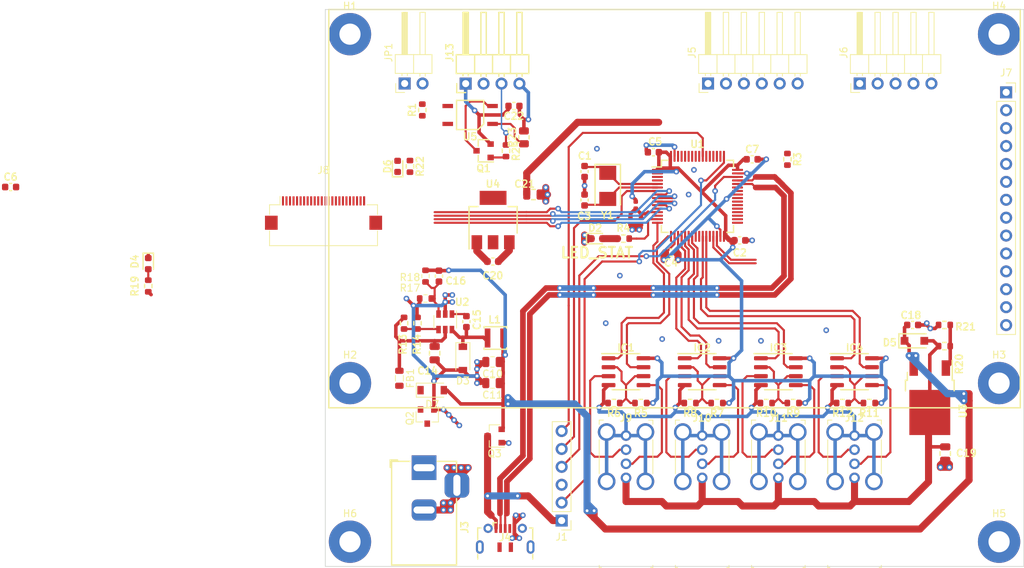
<source format=kicad_pcb>
(kicad_pcb (version 20171130) (host pcbnew "(5.1.9)-1")
  (layers (0 F.Cu signal) (31 B.Cu signal) (34 B.Paste user) (35 F.Paste user) (36 B.SilkS user) (37 F.SilkS user) (38 B.Mask user) (39 F.Mask user) (44 Edge.Cuts user))
  (net 0 "")
  (net 1 GND)
  (net 2 /OSC_IN)
  (net 3 +3V3)
  (net 4 /OSC_OUT)
  (net 5 +5V)
  (net 6 VCC)
  (net 7 +1V8)
  (net 8 "/Rotation Input/ROTIN_GND")
  (net 9 "/Rotation Input/ROTIN_PWR")
  (net 10 "Net-(D2-Pad2)")
  (net 11 /LED_STAT1)
  (net 12 "Net-(D4-Pad2)")
  (net 13 "Net-(D6-Pad2)")
  (net 14 MS1_CLK)
  (net 15 "/Measurestick Input 1/IN_Thres1")
  (net 16 "/Measurestick Input 1/IN_Clk")
  (net 17 "/Measurestick Input 1/IN_Dat")
  (net 18 MS1_DAT)
  (net 19 MS2_CLK)
  (net 20 "/Measurestick Input 2/IN_Thres1")
  (net 21 "/Measurestick Input 2/IN_Clk")
  (net 22 "/Measurestick Input 2/IN_Dat")
  (net 23 MS2_DAT)
  (net 24 MS3_CLK)
  (net 25 "/Measurestick Input 3/IN_Thres1")
  (net 26 "/Measurestick Input 3/IN_Clk")
  (net 27 "/Measurestick Input 3/IN_Dat")
  (net 28 MS3_DAT)
  (net 29 MS4_CLK)
  (net 30 "/Measurestick Input 4/IN_Thres1")
  (net 31 "/Measurestick Input 4/IN_Clk")
  (net 32 "/Measurestick Input 4/IN_Dat")
  (net 33 MS4_DAT)
  (net 34 SWDIO)
  (net 35 SWCLK)
  (net 36 NRST)
  (net 37 "Net-(J4-Pad6)")
  (net 38 USB_D+)
  (net 39 "Net-(J4-Pad4)")
  (net 40 USB_D-)
  (net 41 BTN1)
  (net 42 BTN2)
  (net 43 BTN3)
  (net 44 BTN4)
  (net 45 ENC_1)
  (net 46 ENC_2)
  (net 47 ENC_BTN)
  (net 48 DISPL_CS)
  (net 49 DISPL_RST)
  (net 50 DISPL_DC)
  (net 51 DISPL_MOSI)
  (net 52 DISPL_SCK)
  (net 53 DISPL_MISO)
  (net 54 DISPL_T_CS)
  (net 55 DISPL_T_IRQ)
  (net 56 UART_RX)
  (net 57 UART_TX)
  (net 58 ADC4)
  (net 59 ADC3)
  (net 60 ADC2)
  (net 61 ADC1)
  (net 62 I2C_SDA)
  (net 63 I2C_SCL)
  (net 64 "/Rotation Input/ROTIN_DAT")
  (net 65 "Net-(Q1-Pad3)")
  (net 66 "Net-(Q1-Pad1)")
  (net 67 /Power/VADJ_1V8)
  (net 68 "Net-(R23-Pad1)")
  (net 69 "Net-(U1-Pad54)")
  (net 70 "Net-(U1-Pad28)")
  (net 71 "Net-(U1-Pad25)")
  (net 72 "Net-(U1-Pad24)")
  (net 73 ROT1)
  (net 74 "Net-(J13-Pad2)")
  (net 75 /Power/5VSW)
  (net 76 /Power/5VFB)
  (net 77 /Power/5VEN)
  (net 78 /Power/5VBST)
  (net 79 IN_+5V)
  (net 80 IN_VCC)
  (net 81 /Power/VCC_MID)
  (net 82 SWD_SWO)
  (net 83 DISPL_LED)
  (net 84 "Net-(U1-Pad53)")
  (net 85 "Net-(U1-Pad50)")
  (net 86 "Net-(U1-Pad33)")
  (net 87 "Net-(U1-Pad4)")
  (net 88 "Net-(U1-Pad3)")
  (net 89 "Net-(J8-Pad14)")
  (net 90 "Net-(J8-Pad13)")
  (net 91 "Net-(J8-Pad6)")
  (net 92 "Net-(J8-Pad5)")
  (net 93 "Net-(J8-Pad4)")
  (net 94 "Net-(J8-Pad3)")
  (net 95 "Net-(J8-Pad2)")
  (net 96 /BOOT0)
  (net 97 +3.3VA)
  (net 98 "Net-(U1-Pad14)")
  (module Inductor_SMD:L_0402_1005Metric (layer F.Cu) (at 177.5 95.25 270)
    (fp_text reference L2)
    (fp_text value 39n)
    (pad 2 smd roundrect (at 0.485 0 270) (size 0.59 0.64) (layers F.Cu F.Paste F.Mask) (net 97 +3.3VA))
    (pad 1 smd roundrect (at -0.485 0 270) (size 0.59 0.64) (layers F.Cu F.Paste F.Mask) (net 3 +3V3))
  )
  (module Inductor_SMD:L_0402_1005Metric (layer F.Cu) (at 178.25 97.5 270)
    (fp_text reference C9)
    (fp_text value 10n)
    (pad 2 smd roundrect (at 0.485 0 270) (size 0.59 0.64) (layers F.Cu F.Paste F.Mask) (net 1 GND))
    (pad 1 smd roundrect (at -0.485 0 270) (size 0.59 0.64) (layers F.Cu F.Paste F.Mask) (net 97 +3.3VA))
  )
  (module Inductor_SMD:L_0402_1005Metric (layer F.Cu) (at 176.75 97.5 270)
    (fp_text reference C8)
    (fp_text value 1u)
    (pad 2 smd roundrect (at 0.485 0 270) (size 0.59 0.64) (layers F.Cu F.Paste F.Mask) (net 1 GND))
    (pad 1 smd roundrect (at -0.485 0 270) (size 0.59 0.64) (layers F.Cu F.Paste F.Mask) (net 97 +3.3VA))
  )
  (module Lathecontrol_STM32:FFC_FPC_1x24_DualSide_JUSHUO_AFC24-S24FIC-00 (layer F.Cu) (at 133.25 94)
    (fp_text reference J8 (at 0 -3.7) (layer F.SilkS))
    (fp_text value Conn_01x24)
    (pad 24 smd rect (at 5.75 0.65) (size 0.3 1.3) (layers F.Cu F.Paste F.Mask) (net 1 GND))
    (pad 23 smd rect (at 5.25 0.65) (size 0.3 1.3) (layers F.Cu F.Paste F.Mask) (net 56 UART_RX))
    (pad 22 smd rect (at 4.75 0.65) (size 0.3 1.3) (layers F.Cu F.Paste F.Mask) (net 57 UART_TX))
    (pad 21 smd rect (at 4.25 0.65) (size 0.3 1.3) (layers F.Cu F.Paste F.Mask) (net 5 +5V))
    (pad 20 smd rect (at 3.75 0.65) (size 0.3 1.3) (layers F.Cu F.Paste F.Mask) (net 1 GND))
    (pad 19 smd rect (at 3.25 0.65) (size 0.3 1.3) (layers F.Cu F.Paste F.Mask) (net 58 ADC4))
    (pad 18 smd rect (at 2.75 0.65) (size 0.3 1.3) (layers F.Cu F.Paste F.Mask) (net 59 ADC3))
    (pad 17 smd rect (at 2.25 0.65) (size 0.3 1.3) (layers F.Cu F.Paste F.Mask) (net 60 ADC2))
    (pad 16 smd rect (at 1.75 0.65) (size 0.3 1.3) (layers F.Cu F.Paste F.Mask) (net 61 ADC1))
    (pad 15 smd rect (at 1.25 0.65) (size 0.3 1.3) (layers F.Cu F.Paste F.Mask) (net 1 GND))
    (pad 14 smd rect (at 0.75 0.65) (size 0.3 1.3) (layers F.Cu F.Paste F.Mask) (net 89 "Net-(J8-Pad14)"))
    (pad 13 smd rect (at 0.25 0.65) (size 0.3 1.3) (layers F.Cu F.Paste F.Mask) (net 90 "Net-(J8-Pad13)"))
    (pad 12 smd rect (at -0.25 0.65) (size 0.3 1.3) (layers F.Cu F.Paste F.Mask) (net 3 +3V3))
    (pad 11 smd rect (at -0.75 0.65) (size 0.3 1.3) (layers F.Cu F.Paste F.Mask) (net 1 GND))
    (pad 10 smd rect (at -1.25 0.65) (size 0.3 1.3) (layers F.Cu F.Paste F.Mask) (net 62 I2C_SDA))
    (pad 9 smd rect (at -1.75 0.65) (size 0.3 1.3) (layers F.Cu F.Paste F.Mask) (net 63 I2C_SCL))
    (pad 8 smd rect (at -2.25 0.65) (size 0.3 1.3) (layers F.Cu F.Paste F.Mask) (net 5 +5V))
    (pad 7 smd rect (at -2.75 0.65) (size 0.3 1.3) (layers F.Cu F.Paste F.Mask) (net 1 GND))
    (pad 6 smd rect (at -3.25 0.65) (size 0.3 1.3) (layers F.Cu F.Paste F.Mask) (net 91 "Net-(J8-Pad6)"))
    (pad 5 smd rect (at -3.75 0.65) (size 0.3 1.3) (layers F.Cu F.Paste F.Mask) (net 92 "Net-(J8-Pad5)"))
    (pad 4 smd rect (at -4.25 0.65) (size 0.3 1.3) (layers F.Cu F.Paste F.Mask) (net 93 "Net-(J8-Pad4)"))
    (pad 3 smd rect (at -4.75 0.65) (size 0.3 1.3) (layers F.Cu F.Paste F.Mask) (net 94 "Net-(J8-Pad3)"))
    (pad 2 smd rect (at -5.25 0.65) (size 0.3 1.3) (layers F.Cu F.Paste F.Mask) (net 95 "Net-(J8-Pad2)"))
    (pad 1 smd rect (at -5.75 0.65) (size 0.3 1.3) (layers F.Cu F.Paste F.Mask) (net 3 +3V3))
    (pad MP smd rect (at -7.4 3.75) (size 1.8 2) (layers F.Cu F.Paste F.Mask))
    (pad MP smd rect (at 7.4 3.75) (size 1.8 2) (layers F.Cu F.Paste F.Mask))
  )
  (module Connector_PinHeader_2.54mm:PinHeader_1x05_P2.54mm_Horizontal (layer F.Cu) (at 209.25 78 90)
    (fp_text reference J6 (at 4.385 -2.27 90) (layer F.SilkS))
    (fp_text value Conn_01x05_Male)
    (pad 5 thru_hole oval (at 0 10.16 90) (size 1.7 1.7) (drill 1) (layers *.Cu *.Mask) (net 45 ENC_1))
    (pad 4 thru_hole oval (at 0 7.62 90) (size 1.7 1.7) (drill 1) (layers *.Cu *.Mask) (net 46 ENC_2))
    (pad 3 thru_hole oval (at 0 5.08 90) (size 1.7 1.7) (drill 1) (layers *.Cu *.Mask) (net 47 ENC_BTN))
    (pad 2 thru_hole oval (at 0 2.54 90) (size 1.7 1.7) (drill 1) (layers *.Cu *.Mask) (net 3 +3V3))
    (pad 1 thru_hole rect (at 0 0 90) (size 1.7 1.7) (drill 1) (layers *.Cu *.Mask) (net 1 GND))
  )
  (module Connector_PinHeader_2.54mm:PinHeader_1x06_P2.54mm_Horizontal (layer F.Cu) (at 187.75 78 90)
    (fp_text reference J5 (at 4.385 -2.27 90) (layer F.SilkS))
    (fp_text value Conn_01x05_Male)
    (pad 6 thru_hole oval (at 0 12.7 90) (size 1.7 1.7) (drill 1) (layers *.Cu *.Mask))
    (pad 5 thru_hole oval (at 0 10.16 90) (size 1.7 1.7) (drill 1) (layers *.Cu *.Mask) (net 44 BTN4))
    (pad 4 thru_hole oval (at 0 7.62 90) (size 1.7 1.7) (drill 1) (layers *.Cu *.Mask) (net 43 BTN3))
    (pad 3 thru_hole oval (at 0 5.08 90) (size 1.7 1.7) (drill 1) (layers *.Cu *.Mask) (net 42 BTN2))
    (pad 2 thru_hole oval (at 0 2.54 90) (size 1.7 1.7) (drill 1) (layers *.Cu *.Mask) (net 41 BTN1))
    (pad 1 thru_hole rect (at 0 0 90) (size 1.7 1.7) (drill 1) (layers *.Cu *.Mask) (net 1 GND))
  )
  (module MountingHole:MountingHole_3mm_Pad (layer F.Cu) (at 137 143)
    (fp_text reference H6 (at 0 -4) (layer F.SilkS))
    (fp_text value MountingHole_Pad)
    (pad 1 thru_hole circle (at 0 0) (size 6 6) (drill 3) (layers *.Cu *.Mask) (net 1 GND))
  )
  (module MountingHole:MountingHole_3mm_Pad (layer F.Cu) (at 229 143)
    (fp_text reference H5 (at 0 -4) (layer F.SilkS))
    (fp_text value MountingHole_Pad)
    (pad 1 thru_hole circle (at 0 0) (size 6 6) (drill 3) (layers *.Cu *.Mask) (net 1 GND))
  )
  (module Capacitor_SMD:C_0805_2012Metric (layer F.Cu) (at 221.365 130.49 270)
    (fp_text reference C19 (at -0.05 -3) (layer F.SilkS) (effects (font (thickness 0.2))))
    (fp_text value 10u)
    (pad 2 smd roundrect (at 0.95 0 270) (size 1 1.45) (layers F.Cu F.Paste F.Mask) (net 1 GND))
    (pad 1 smd roundrect (at -0.95 0 270) (size 1 1.45) (layers F.Cu F.Paste F.Mask) (net 7 +1V8))
  )
  (module Connector_PinSocket_2.54mm:PinSocket_1x14_P2.54mm_Vertical (layer F.Cu) (at 230 79.25)
    (fp_text reference J7 (at 0 -2.77) (layer F.SilkS))
    (fp_text value Conn_01x14_Female)
    (pad 14 thru_hole oval (at 0 33.02) (size 1.7 1.7) (drill 1) (layers *.Cu *.Mask) (net 5 +5V))
    (pad 13 thru_hole oval (at 0 30.48) (size 1.7 1.7) (drill 1) (layers *.Cu *.Mask) (net 1 GND))
    (pad 12 thru_hole oval (at 0 27.94) (size 1.7 1.7) (drill 1) (layers *.Cu *.Mask) (net 48 DISPL_CS))
    (pad 11 thru_hole oval (at 0 25.4) (size 1.7 1.7) (drill 1) (layers *.Cu *.Mask) (net 49 DISPL_RST))
    (pad 10 thru_hole oval (at 0 22.86) (size 1.7 1.7) (drill 1) (layers *.Cu *.Mask) (net 50 DISPL_DC))
    (pad 9 thru_hole oval (at 0 20.32) (size 1.7 1.7) (drill 1) (layers *.Cu *.Mask) (net 51 DISPL_MOSI))
    (pad 8 thru_hole oval (at 0 17.78) (size 1.7 1.7) (drill 1) (layers *.Cu *.Mask) (net 52 DISPL_SCK))
    (pad 7 thru_hole oval (at 0 15.24) (size 1.7 1.7) (drill 1) (layers *.Cu *.Mask) (net 83 DISPL_LED))
    (pad 6 thru_hole oval (at 0 12.7) (size 1.7 1.7) (drill 1) (layers *.Cu *.Mask) (net 53 DISPL_MISO))
    (pad 5 thru_hole oval (at 0 10.16) (size 1.7 1.7) (drill 1) (layers *.Cu *.Mask) (net 52 DISPL_SCK))
    (pad 4 thru_hole oval (at 0 7.62) (size 1.7 1.7) (drill 1) (layers *.Cu *.Mask) (net 54 DISPL_T_CS))
    (pad 3 thru_hole oval (at 0 5.08) (size 1.7 1.7) (drill 1) (layers *.Cu *.Mask) (net 51 DISPL_MOSI))
    (pad 2 thru_hole oval (at 0 2.54) (size 1.7 1.7) (drill 1) (layers *.Cu *.Mask) (net 53 DISPL_MISO))
    (pad 1 thru_hole rect (at 0 0) (size 1.7 1.7) (drill 1) (layers *.Cu *.Mask) (net 55 DISPL_T_IRQ))
  )
  (module MountingHole:MountingHole_3mm_Pad (layer F.Cu) (at 229 71)
    (fp_text reference H4 (at 0 -4) (layer F.SilkS))
    (fp_text value MountingHole_Pad)
    (pad 1 thru_hole circle (at 0 0) (size 6 6) (drill 3) (layers *.Cu *.Mask) (net 1 GND))
  )
  (module MountingHole:MountingHole_3mm_Pad (layer F.Cu) (at 229 120.5)
    (fp_text reference H3 (at 0 -4) (layer F.SilkS))
    (fp_text value MountingHole_Pad)
    (pad 1 thru_hole circle (at 0 0) (size 6 6) (drill 3) (layers *.Cu *.Mask) (net 1 GND))
  )
  (module MountingHole:MountingHole_3mm_Pad (layer F.Cu) (at 137 120.5)
    (fp_text reference H2 (at 0 -4) (layer F.SilkS))
    (fp_text value MountingHole_Pad)
    (pad 1 thru_hole circle (at 0 0) (size 6 6) (drill 3) (layers *.Cu *.Mask) (net 1 GND))
  )
  (module MountingHole:MountingHole_3mm_Pad (layer F.Cu) (at 137 71)
    (fp_text reference H1 (at 0 -4) (layer F.SilkS))
    (fp_text value MountingHole_Pad)
    (pad 1 thru_hole circle (at 0 0) (size 6 6) (drill 3) (layers *.Cu *.Mask) (net 1 GND))
  )
  (module Connector_PinHeader_2.54mm:PinHeader_1x02_P2.54mm_Horizontal (layer F.Cu) (at 144.75 78 90)
    (fp_text reference JP1 (at 4.385 -2.27 90) (layer F.SilkS))
    (fp_text value BOOTSEL)
    (pad 2 thru_hole oval (at 0 2.54 90) (size 1.7 1.7) (drill 1) (layers *.Cu *.Mask) (net 96 /BOOT0))
    (pad 1 thru_hole rect (at 0 0 90) (size 1.7 1.7) (drill 1) (layers *.Cu *.Mask) (net 3 +3V3))
  )
  (module Lathecontrol_STM32:USB_A_Upright_C26235 (layer F.Cu) (at 208.51 130.945 180)
    (fp_text reference J12 (at 0 5.5) (layer F.SilkS) (effects (font (thickness 0.2))))
    (fp_text value USB_A)
    (pad 5 thru_hole circle (at -2.75 -3.5 180) (size 2.5 2.5) (drill 1.8) (layers *.Cu *.Mask) (net 1 GND))
    (pad 5 thru_hole circle (at -2.75 3.5 180) (size 2.5 2.5) (drill 1.8) (layers *.Cu *.Mask) (net 1 GND))
    (pad 5 thru_hole circle (at 2.75 3.5 180) (size 2.5 2.5) (drill 1.8) (layers *.Cu *.Mask) (net 1 GND))
    (pad 5 thru_hole circle (at 2.75 -3.5 180) (size 2.5 2.5) (drill 1.8) (layers *.Cu *.Mask) (net 1 GND))
    (pad 4 thru_hole circle (at 0 3 180) (size 1.5 1.5) (drill 0.9) (layers *.Cu *.Mask) (net 1 GND))
    (pad 1 thru_hole circle (at 0 -3 180) (size 1.5 1.5) (drill 0.9) (layers *.Cu *.Mask) (net 7 +1V8))
    (pad 3 thru_hole circle (at 0 1 180) (size 1.5 1.5) (drill 0.9) (layers *.Cu *.Mask) (net 32 "/Measurestick Input 4/IN_Dat"))
    (pad 2 thru_hole circle (at 0 -1 180) (size 1.5 1.5) (drill 0.9) (layers *.Cu *.Mask) (net 31 "/Measurestick Input 4/IN_Clk"))
  )
  (module Lathecontrol_STM32:USB_A_Upright_C26235 (layer F.Cu) (at 197.715 130.945 180)
    (fp_text reference J11 (at 0 5.5) (layer F.SilkS) (effects (font (thickness 0.2))))
    (fp_text value USB_A)
    (pad 5 thru_hole circle (at -2.75 -3.5 180) (size 2.5 2.5) (drill 1.8) (layers *.Cu *.Mask) (net 1 GND))
    (pad 5 thru_hole circle (at -2.75 3.5 180) (size 2.5 2.5) (drill 1.8) (layers *.Cu *.Mask) (net 1 GND))
    (pad 5 thru_hole circle (at 2.75 3.5 180) (size 2.5 2.5) (drill 1.8) (layers *.Cu *.Mask) (net 1 GND))
    (pad 5 thru_hole circle (at 2.75 -3.5 180) (size 2.5 2.5) (drill 1.8) (layers *.Cu *.Mask) (net 1 GND))
    (pad 4 thru_hole circle (at 0 3 180) (size 1.5 1.5) (drill 0.9) (layers *.Cu *.Mask) (net 1 GND))
    (pad 1 thru_hole circle (at 0 -3 180) (size 1.5 1.5) (drill 0.9) (layers *.Cu *.Mask) (net 7 +1V8))
    (pad 3 thru_hole circle (at 0 1 180) (size 1.5 1.5) (drill 0.9) (layers *.Cu *.Mask) (net 27 "/Measurestick Input 3/IN_Dat"))
    (pad 2 thru_hole circle (at 0 -1 180) (size 1.5 1.5) (drill 0.9) (layers *.Cu *.Mask) (net 26 "/Measurestick Input 3/IN_Clk"))
  )
  (module Lathecontrol_STM32:USB_A_Upright_C26235 (layer F.Cu) (at 186.92 130.945 180)
    (fp_text reference J10 (at 0 5.5) (layer F.SilkS) (effects (font (thickness 0.2))))
    (fp_text value USB_A)
    (pad 5 thru_hole circle (at -2.75 -3.5 180) (size 2.5 2.5) (drill 1.8) (layers *.Cu *.Mask) (net 1 GND))
    (pad 5 thru_hole circle (at -2.75 3.5 180) (size 2.5 2.5) (drill 1.8) (layers *.Cu *.Mask) (net 1 GND))
    (pad 5 thru_hole circle (at 2.75 3.5 180) (size 2.5 2.5) (drill 1.8) (layers *.Cu *.Mask) (net 1 GND))
    (pad 5 thru_hole circle (at 2.75 -3.5 180) (size 2.5 2.5) (drill 1.8) (layers *.Cu *.Mask) (net 1 GND))
    (pad 4 thru_hole circle (at 0 3 180) (size 1.5 1.5) (drill 0.9) (layers *.Cu *.Mask) (net 1 GND))
    (pad 1 thru_hole circle (at 0 -3 180) (size 1.5 1.5) (drill 0.9) (layers *.Cu *.Mask) (net 7 +1V8))
    (pad 3 thru_hole circle (at 0 1 180) (size 1.5 1.5) (drill 0.9) (layers *.Cu *.Mask) (net 22 "/Measurestick Input 2/IN_Dat"))
    (pad 2 thru_hole circle (at 0 -1 180) (size 1.5 1.5) (drill 0.9) (layers *.Cu *.Mask) (net 21 "/Measurestick Input 2/IN_Clk"))
  )
  (module Lathecontrol_STM32:USB_A_Upright_C26235 (layer F.Cu) (at 176.125 130.945 180)
    (fp_text reference J9 (at 0 5.5) (layer F.SilkS) (effects (font (thickness 0.2))))
    (fp_text value USB_A)
    (pad 5 thru_hole circle (at -2.75 -3.5 180) (size 2.5 2.5) (drill 1.8) (layers *.Cu *.Mask) (net 1 GND))
    (pad 5 thru_hole circle (at -2.75 3.5 180) (size 2.5 2.5) (drill 1.8) (layers *.Cu *.Mask) (net 1 GND))
    (pad 5 thru_hole circle (at 2.75 3.5 180) (size 2.5 2.5) (drill 1.8) (layers *.Cu *.Mask) (net 1 GND))
    (pad 5 thru_hole circle (at 2.75 -3.5 180) (size 2.5 2.5) (drill 1.8) (layers *.Cu *.Mask) (net 1 GND))
    (pad 4 thru_hole circle (at 0 3 180) (size 1.5 1.5) (drill 0.9) (layers *.Cu *.Mask) (net 1 GND))
    (pad 1 thru_hole circle (at 0 -3 180) (size 1.5 1.5) (drill 0.9) (layers *.Cu *.Mask) (net 7 +1V8))
    (pad 3 thru_hole circle (at 0 1 180) (size 1.5 1.5) (drill 0.9) (layers *.Cu *.Mask) (net 17 "/Measurestick Input 1/IN_Dat"))
    (pad 2 thru_hole circle (at 0 -1 180) (size 1.5 1.5) (drill 0.9) (layers *.Cu *.Mask) (net 16 "/Measurestick Input 1/IN_Clk"))
  )
  (module Package_TO_SOT_SMD:SOT-23 (layer F.Cu) (at 157.5 128 180)
    (fp_text reference Q3 (at 0 -2.5) (layer F.SilkS))
    (fp_text value AO3401A)
    (pad 3 smd rect (at 1 0 180) (size 0.9 0.8) (layers F.Cu F.Paste F.Mask) (net 79 IN_+5V))
    (pad 2 smd rect (at -1 0.95 180) (size 0.9 0.8) (layers F.Cu F.Paste F.Mask) (net 5 +5V))
    (pad 1 smd rect (at -1 -0.95 180) (size 0.9 0.8) (layers F.Cu F.Paste F.Mask) (net 1 GND))
  )
  (module Package_TO_SOT_SMD:SOT-23 (layer F.Cu) (at 147.95 125.25 270)
    (fp_text reference Q2 (at 0.25 2.45 90) (layer F.SilkS))
    (fp_text value AO3401A)
    (pad 3 smd rect (at 1 0 270) (size 0.9 0.8) (layers F.Cu F.Paste F.Mask) (net 80 IN_VCC))
    (pad 2 smd rect (at -1 0.95 270) (size 0.9 0.8) (layers F.Cu F.Paste F.Mask) (net 81 /Power/VCC_MID))
    (pad 1 smd rect (at -1 -0.95 270) (size 0.9 0.8) (layers F.Cu F.Paste F.Mask) (net 1 GND))
  )
  (module Inductor_SMD:L_0805_2012Metric (layer F.Cu) (at 144 119.8125 270)
    (fp_text reference FB1 (at 0 -1.55 90) (layer F.SilkS))
    (fp_text value "600 @ 600MHz")
    (pad 2 smd roundrect (at 1.0625 0 270) (size 0.875 1.2) (layers F.Cu F.Paste F.Mask) (net 81 /Power/VCC_MID))
    (pad 1 smd roundrect (at -1.0625 0 270) (size 0.875 1.2) (layers F.Cu F.Paste F.Mask) (net 6 VCC))
  )
  (module Diode_SMD:D_SOD-123 (layer F.Cu) (at 148.65 121.5)
    (fp_text reference D7 (at 0 2) (layer F.SilkS))
    (fp_text value D_Schottky)
    (pad 2 smd rect (at 1.65 0) (size 0.9 1.2) (layers F.Cu F.Paste F.Mask) (net 5 +5V))
    (pad 1 smd rect (at -1.65 0) (size 0.9 1.2) (layers F.Cu F.Paste F.Mask) (net 81 /Power/VCC_MID))
  )
  (module Capacitor_SMD:C_0805_2012Metric (layer F.Cu) (at 157.2 120.5 180)
    (fp_text reference C11 (at 0 -1.68) (layer F.SilkS))
    (fp_text value 10u)
    (pad 2 smd roundrect (at 0.95 0 180) (size 1 1.45) (layers F.Cu F.Paste F.Mask) (net 1 GND))
    (pad 1 smd roundrect (at -0.95 0 180) (size 1 1.45) (layers F.Cu F.Paste F.Mask) (net 5 +5V))
  )
  (module Capacitor_SMD:C_0805_2012Metric (layer F.Cu) (at 157.2 117.5 180)
    (fp_text reference C10 (at 0 -1.68) (layer F.SilkS))
    (fp_text value 10u)
    (pad 2 smd roundrect (at 0.95 0 180) (size 1 1.45) (layers F.Cu F.Paste F.Mask) (net 1 GND))
    (pad 1 smd roundrect (at -0.95 0 180) (size 1 1.45) (layers F.Cu F.Paste F.Mask) (net 5 +5V))
  )
  (module Connector_PinHeader_2.54mm:PinHeader_1x06_P2.54mm_Vertical (layer F.Cu) (at 167 140 180)
    (fp_text reference J1 (at 0 -2.33) (layer F.SilkS))
    (fp_text value Conn_01x06_Male)
    (pad 6 thru_hole oval (at 0 12.7 180) (size 1.7 1.7) (drill 1) (layers *.Cu *.Mask) (net 82 SWD_SWO))
    (pad 5 thru_hole oval (at 0 10.16 180) (size 1.7 1.7) (drill 1) (layers *.Cu *.Mask) (net 36 NRST))
    (pad 4 thru_hole oval (at 0 7.62 180) (size 1.7 1.7) (drill 1) (layers *.Cu *.Mask) (net 34 SWDIO))
    (pad 3 thru_hole oval (at 0 5.08 180) (size 1.7 1.7) (drill 1) (layers *.Cu *.Mask) (net 1 GND))
    (pad 2 thru_hole oval (at 0 2.54 180) (size 1.7 1.7) (drill 1) (layers *.Cu *.Mask) (net 35 SWCLK))
    (pad 1 thru_hole rect (at 0 0 180) (size 1.7 1.7) (drill 1) (layers *.Cu *.Mask) (net 79 IN_+5V))
  )
  (module Lathecontrol_STM32:BarrelJack_Horizontal_DC-005-20A (layer F.Cu) (at 147.5 132.5 90)
    (fp_text reference J3 (at -8.45 5.75 90) (layer F.SilkS) (effects (font (thickness 0.2))))
    (fp_text value Barrel_Jack_Switch)
    (pad 3 thru_hole roundrect (at -2.5 4.65 90) (size 3.5 3.5) (drill oval 3 1) (layers *.Cu *.Mask) (net 1 GND))
    (pad 2 thru_hole roundrect (at -6 0 90) (size 3 3.5) (drill oval 1 3) (layers *.Cu *.Mask) (net 1 GND))
    (pad 1 thru_hole rect (at 0 0 90) (size 3.5 3.5) (drill oval 1 3) (layers *.Cu *.Mask) (net 80 IN_VCC))
  )
  (module Resistor_SMD:R_0603_1608Metric (layer F.Cu) (at 147.705 105.32 90)
    (fp_text reference R18 (at -0.18 -2.205 180) (layer F.SilkS))
    (fp_text value 120k)
    (pad 2 smd roundrect (at 0.825 0 90) (size 0.8 0.95) (layers F.Cu F.Paste F.Mask) (net 5 +5V))
    (pad 1 smd roundrect (at -0.825 0 90) (size 0.8 0.95) (layers F.Cu F.Paste F.Mask) (net 76 /Power/5VFB))
  )
  (module Resistor_SMD:R_0603_1608Metric (layer F.Cu) (at 147.705 108.5)
    (fp_text reference R17 (at -2.205 -1.5) (layer F.SilkS))
    (fp_text value 24k)
    (pad 2 smd roundrect (at 0.825 0) (size 0.8 0.95) (layers F.Cu F.Paste F.Mask) (net 76 /Power/5VFB))
    (pad 1 smd roundrect (at -0.825 0) (size 0.8 0.95) (layers F.Cu F.Paste F.Mask) (net 1 GND))
  )
  (module Package_TO_SOT_SMD:SOT-23-6 (layer F.Cu) (at 150.5 111.805 270)
    (fp_text reference U2 (at -2.805 -2.4 180) (layer F.SilkS) (effects (font (thickness 0.2))))
    (fp_text value MP2451DT-LF-Z hide)
    (pad 5 smd rect (at 1.1 0 270) (size 1.06 0.65) (layers F.Cu F.Paste F.Mask) (net 6 VCC))
    (pad 6 smd rect (at 1.1 -0.95 270) (size 1.06 0.65) (layers F.Cu F.Paste F.Mask) (net 75 /Power/5VSW))
    (pad 4 smd rect (at 1.1 0.95 270) (size 1.06 0.65) (layers F.Cu F.Paste F.Mask) (net 77 /Power/5VEN))
    (pad 3 smd rect (at -1.1 0.95 270) (size 1.06 0.65) (layers F.Cu F.Paste F.Mask) (net 76 /Power/5VFB))
    (pad 2 smd rect (at -1.1 0 270) (size 1.06 0.65) (layers F.Cu F.Paste F.Mask) (net 1 GND))
    (pad 1 smd rect (at -1.1 -0.95 270) (size 1.06 0.65) (layers F.Cu F.Paste F.Mask) (net 78 /Power/5VBST))
  )
  (module Diode_SMD:D_SOD-123 (layer F.Cu) (at 153 117 270)
    (fp_text reference D3 (at 3.175 0 180) (layer F.SilkS))
    (fp_text value D_Schottky hide)
    (pad 2 smd rect (at 1.65 0 270) (size 0.9 1.2) (layers F.Cu F.Paste F.Mask) (net 1 GND))
    (pad 1 smd rect (at -1.65 0 270) (size 0.9 1.2) (layers F.Cu F.Paste F.Mask) (net 75 /Power/5VSW))
  )
  (module Crystal:Crystal_SMD_5032-2Pin_5.0x3.2mm (layer F.Cu) (at 173.535 92.52 270)
    (fp_text reference Y1 (at 4.18 0.035 180) (layer F.SilkS) (effects (font (thickness 0.2))))
    (fp_text value 8MHz)
    (pad 2 smd rect (at 1.85 0 270) (size 2 2.4) (layers F.Cu F.Paste F.Mask) (net 4 /OSC_OUT))
    (pad 1 smd rect (at -1.85 0 270) (size 2 2.4) (layers F.Cu F.Paste F.Mask) (net 2 /OSC_IN))
  )
  (module Lathecontrol_STM32:SOP-4_4.1x4.4x2.54P (layer F.Cu) (at 154.03 82.46 180)
    (fp_text reference U5 (at 0 -3.07) (layer F.SilkS) (effects (font (thickness 0.2))))
    (fp_text value Everlight_Elec_EL357N)
    (pad 2 smd rect (at -3.175 1.27 90) (size 0.6 1.5) (layers F.Cu F.Paste F.Mask) (net 65 "Net-(Q1-Pad3)"))
    (pad 3 smd rect (at 3.175 1.27 90) (size 0.6 1.5) (layers F.Cu F.Paste F.Mask) (net 1 GND))
    (pad 1 smd rect (at -3.175 -1.27 90) (size 0.6 1.5) (layers F.Cu F.Paste F.Mask) (net 68 "Net-(R23-Pad1)"))
    (pad 4 smd rect (at 3.175 -1.27 90) (size 0.6 1.5) (layers F.Cu F.Paste F.Mask) (net 73 ROT1))
  )
  (module Package_TO_SOT_SMD:SOT-223-3_TabPin2 (layer F.Cu) (at 157.281 97.37 90)
    (fp_text reference U4 (at 5.12 -0.031 180) (layer F.SilkS) (effects (font (thickness 0.2))))
    (fp_text value AMS1117-3.3)
    (pad 1 smd rect (at -3.15 -2.3 90) (size 2 1.5) (layers F.Cu F.Paste F.Mask) (net 1 GND))
    (pad 3 smd rect (at -3.15 2.3 90) (size 2 1.5) (layers F.Cu F.Paste F.Mask) (net 5 +5V))
    (pad 2 smd rect (at -3.15 0 90) (size 2 1.5) (layers F.Cu F.Paste F.Mask) (net 3 +3V3))
    (pad 2 smd rect (at 3.15 0 90) (size 2 3.8) (layers F.Cu F.Paste F.Mask) (net 3 +3V3))
  )
  (module Package_TO_SOT_SMD:TO-252-2 (layer F.Cu) (at 219.18 122.565 270)
    (fp_text reference U3 (at 1.905 -4.705 270) (layer F.SilkS) (effects (font (thickness 0.2))))
    (fp_text value LM317_TO-252)
    (pad 2 smd rect (at 2.1 0 270) (size 6.4 5.8) (layers F.Cu F.Mask) (net 7 +1V8))
    (pad 3 smd rect (at -4.2 2.28 270) (size 2.2 1.2) (layers F.Cu F.Paste F.Mask) (net 5 +5V))
    (pad 1 smd rect (at -4.2 -2.28 270) (size 2.2 1.2) (layers F.Cu F.Paste F.Mask) (net 67 /Power/VADJ_1V8))
  )
  (module Package_QFP:LQFP-64_10x10mm_P0.5mm (layer F.Cu) (at 186.25 94)
    (fp_text reference U1 (at 0 -7.4) (layer F.SilkS) (effects (font (thickness 0.2))))
    (fp_text value STM32F103RBTx)
    (pad 64 smd roundrect (at -3.75 -5.675) (size 0.3 1.55) (layers F.Cu F.Paste F.Mask) (net 3 +3V3))
    (pad 63 smd roundrect (at -3.25 -5.675) (size 0.3 1.55) (layers F.Cu F.Paste F.Mask) (net 1 GND))
    (pad 62 smd roundrect (at -2.75 -5.675) (size 0.3 1.55) (layers F.Cu F.Paste F.Mask) (net 62 I2C_SDA))
    (pad 61 smd roundrect (at -2.25 -5.675) (size 0.3 1.55) (layers F.Cu F.Paste F.Mask) (net 63 I2C_SCL))
    (pad 60 smd roundrect (at -1.75 -5.675) (size 0.3 1.55) (layers F.Cu F.Paste F.Mask) (net 96 /BOOT0))
    (pad 59 smd roundrect (at -1.25 -5.675) (size 0.3 1.55) (layers F.Cu F.Paste F.Mask) (net 56 UART_RX))
    (pad 58 smd roundrect (at -0.75 -5.675) (size 0.3 1.55) (layers F.Cu F.Paste F.Mask) (net 57 UART_TX))
    (pad 57 smd roundrect (at -0.25 -5.675) (size 0.3 1.55) (layers F.Cu F.Paste F.Mask) (net 41 BTN1))
    (pad 56 smd roundrect (at 0.25 -5.675) (size 0.3 1.55) (layers F.Cu F.Paste F.Mask) (net 42 BTN2))
    (pad 55 smd roundrect (at 0.75 -5.675) (size 0.3 1.55) (layers F.Cu F.Paste F.Mask) (net 82 SWD_SWO))
    (pad 54 smd roundrect (at 1.25 -5.675) (size 0.3 1.55) (layers F.Cu F.Paste F.Mask) (net 69 "Net-(U1-Pad54)"))
    (pad 53 smd roundrect (at 1.75 -5.675) (size 0.3 1.55) (layers F.Cu F.Paste F.Mask) (net 84 "Net-(U1-Pad53)"))
    (pad 52 smd roundrect (at 2.25 -5.675) (size 0.3 1.55) (layers F.Cu F.Paste F.Mask) (net 43 BTN3))
    (pad 51 smd roundrect (at 2.75 -5.675) (size 0.3 1.55) (layers F.Cu F.Paste F.Mask) (net 44 BTN4))
    (pad 50 smd roundrect (at 3.25 -5.675) (size 0.3 1.55) (layers F.Cu F.Paste F.Mask) (net 85 "Net-(U1-Pad50)"))
    (pad 49 smd roundrect (at 3.75 -5.675) (size 0.3 1.55) (layers F.Cu F.Paste F.Mask) (net 35 SWCLK))
    (pad 48 smd roundrect (at 5.675 -3.75) (size 1.55 0.3) (layers F.Cu F.Paste F.Mask) (net 3 +3V3))
    (pad 47 smd roundrect (at 5.675 -3.25) (size 1.55 0.3) (layers F.Cu F.Paste F.Mask) (net 1 GND))
    (pad 46 smd roundrect (at 5.675 -2.75) (size 1.55 0.3) (layers F.Cu F.Paste F.Mask) (net 34 SWDIO))
    (pad 45 smd roundrect (at 5.675 -2.25) (size 1.55 0.3) (layers F.Cu F.Paste F.Mask) (net 38 USB_D+))
    (pad 44 smd roundrect (at 5.675 -1.75) (size 1.55 0.3) (layers F.Cu F.Paste F.Mask) (net 40 USB_D-))
    (pad 43 smd roundrect (at 5.675 -1.25) (size 1.55 0.3) (layers F.Cu F.Paste F.Mask) (net 46 ENC_2))
    (pad 42 smd roundrect (at 5.675 -0.75) (size 1.55 0.3) (layers F.Cu F.Paste F.Mask) (net 45 ENC_1))
    (pad 41 smd roundrect (at 5.675 -0.25) (size 1.55 0.3) (layers F.Cu F.Paste F.Mask) (net 47 ENC_BTN))
    (pad 40 smd roundrect (at 5.675 0.25) (size 1.55 0.3) (layers F.Cu F.Paste F.Mask) (net 54 DISPL_T_CS))
    (pad 39 smd roundrect (at 5.675 0.75) (size 1.55 0.3) (layers F.Cu F.Paste F.Mask) (net 50 DISPL_DC))
    (pad 38 smd roundrect (at 5.675 1.25) (size 1.55 0.3) (layers F.Cu F.Paste F.Mask) (net 49 DISPL_RST))
    (pad 37 smd roundrect (at 5.675 1.75) (size 1.55 0.3) (layers F.Cu F.Paste F.Mask) (net 48 DISPL_CS))
    (pad 36 smd roundrect (at 5.675 2.25) (size 1.55 0.3) (layers F.Cu F.Paste F.Mask) (net 51 DISPL_MOSI))
    (pad 35 smd roundrect (at 5.675 2.75) (size 1.55 0.3) (layers F.Cu F.Paste F.Mask) (net 53 DISPL_MISO))
    (pad 34 smd roundrect (at 5.675 3.25) (size 1.55 0.3) (layers F.Cu F.Paste F.Mask) (net 52 DISPL_SCK))
    (pad 33 smd roundrect (at 5.675 3.75) (size 1.55 0.3) (layers F.Cu F.Paste F.Mask) (net 86 "Net-(U1-Pad33)"))
    (pad 32 smd roundrect (at 3.75 5.675) (size 0.3 1.55) (layers F.Cu F.Paste F.Mask) (net 3 +3V3))
    (pad 31 smd roundrect (at 3.25 5.675) (size 0.3 1.55) (layers F.Cu F.Paste F.Mask) (net 1 GND))
    (pad 30 smd roundrect (at 2.75 5.675) (size 0.3 1.55) (layers F.Cu F.Paste F.Mask) (net 55 DISPL_T_IRQ))
    (pad 29 smd roundrect (at 2.25 5.675) (size 0.3 1.55) (layers F.Cu F.Paste F.Mask) (net 83 DISPL_LED))
    (pad 28 smd roundrect (at 1.75 5.675) (size 0.3 1.55) (layers F.Cu F.Paste F.Mask) (net 70 "Net-(U1-Pad28)"))
    (pad 27 smd roundrect (at 1.25 5.675) (size 0.3 1.55) (layers F.Cu F.Paste F.Mask) (net 29 MS4_CLK))
    (pad 26 smd roundrect (at 0.75 5.675) (size 0.3 1.55) (layers F.Cu F.Paste F.Mask) (net 33 MS4_DAT))
    (pad 25 smd roundrect (at 0.25 5.675) (size 0.3 1.55) (layers F.Cu F.Paste F.Mask) (net 71 "Net-(U1-Pad25)"))
    (pad 24 smd roundrect (at -0.25 5.675) (size 0.3 1.55) (layers F.Cu F.Paste F.Mask) (net 72 "Net-(U1-Pad24)"))
    (pad 23 smd roundrect (at -0.75 5.675) (size 0.3 1.55) (layers F.Cu F.Paste F.Mask) (net 24 MS3_CLK))
    (pad 22 smd roundrect (at -1.25 5.675) (size 0.3 1.55) (layers F.Cu F.Paste F.Mask) (net 28 MS3_DAT))
    (pad 21 smd roundrect (at -1.75 5.675) (size 0.3 1.55) (layers F.Cu F.Paste F.Mask) (net 19 MS2_CLK))
    (pad 20 smd roundrect (at -2.25 5.675) (size 0.3 1.55) (layers F.Cu F.Paste F.Mask) (net 23 MS2_DAT))
    (pad 19 smd roundrect (at -2.75 5.675) (size 0.3 1.55) (layers F.Cu F.Paste F.Mask) (net 3 +3V3))
    (pad 18 smd roundrect (at -3.25 5.675) (size 0.3 1.55) (layers F.Cu F.Paste F.Mask) (net 1 GND))
    (pad 17 smd roundrect (at -3.75 5.675) (size 0.3 1.55) (layers F.Cu F.Paste F.Mask) (net 14 MS1_CLK))
    (pad 16 smd roundrect (at -5.675 3.75) (size 1.55 0.3) (layers F.Cu F.Paste F.Mask) (net 18 MS1_DAT))
    (pad 15 smd roundrect (at -5.675 3.25) (size 1.55 0.3) (layers F.Cu F.Paste F.Mask) (net 11 /LED_STAT1))
    (pad 14 smd roundrect (at -5.675 2.75) (size 1.55 0.3) (layers F.Cu F.Paste F.Mask) (net 98 "Net-(U1-Pad14)"))
    (pad 13 smd roundrect (at -5.675 2.25) (size 1.55 0.3) (layers F.Cu F.Paste F.Mask) (net 97 +3.3VA))
    (pad 12 smd roundrect (at -5.675 1.75) (size 1.55 0.3) (layers F.Cu F.Paste F.Mask) (net 1 GND))
    (pad 11 smd roundrect (at -5.675 1.25) (size 1.55 0.3) (layers F.Cu F.Paste F.Mask) (net 58 ADC4))
    (pad 10 smd roundrect (at -5.675 0.75) (size 1.55 0.3) (layers F.Cu F.Paste F.Mask) (net 59 ADC3))
    (pad 9 smd roundrect (at -5.675 0.25) (size 1.55 0.3) (layers F.Cu F.Paste F.Mask) (net 60 ADC2))
    (pad 8 smd roundrect (at -5.675 -0.25) (size 1.55 0.3) (layers F.Cu F.Paste F.Mask) (net 61 ADC1))
    (pad 7 smd roundrect (at -5.675 -0.75) (size 1.55 0.3) (layers F.Cu F.Paste F.Mask) (net 36 NRST))
    (pad 6 smd roundrect (at -5.675 -1.25) (size 1.55 0.3) (layers F.Cu F.Paste F.Mask) (net 4 /OSC_OUT))
    (pad 5 smd roundrect (at -5.675 -1.75) (size 1.55 0.3) (layers F.Cu F.Paste F.Mask) (net 2 /OSC_IN))
    (pad 4 smd roundrect (at -5.675 -2.25) (size 1.55 0.3) (layers F.Cu F.Paste F.Mask) (net 87 "Net-(U1-Pad4)"))
    (pad 3 smd roundrect (at -5.675 -2.75) (size 1.55 0.3) (layers F.Cu F.Paste F.Mask) (net 88 "Net-(U1-Pad3)"))
    (pad 2 smd roundrect (at -5.675 -3.25) (size 1.55 0.3) (layers F.Cu F.Paste F.Mask) (net 73 ROT1))
    (pad 1 smd roundrect (at -5.675 -3.75) (size 1.55 0.3) (layers F.Cu F.Paste F.Mask) (net 3 +3V3))
  )
  (module Resistor_SMD:R_0603_1608Metric (layer F.Cu) (at 159.11 87.54 270)
    (fp_text reference R24 (at 0 -1.43 90) (layer F.SilkS) (effects (font (thickness 0.2))))
    (fp_text value 13k)
    (pad 2 smd roundrect (at 0.825 0 270) (size 0.8 0.95) (layers F.Cu F.Paste F.Mask) (net 66 "Net-(Q1-Pad1)"))
    (pad 1 smd roundrect (at -0.825 0 270) (size 0.8 0.95) (layers F.Cu F.Paste F.Mask) (net 64 "/Rotation Input/ROTIN_DAT"))
  )
  (module Resistor_SMD:R_0805_2012Metric (layer F.Cu) (at 161.65 85.635 90)
    (fp_text reference R23 (at 0 -1.65 90) (layer F.SilkS) (effects (font (thickness 0.2))))
    (fp_text value 1k2)
    (pad 2 smd roundrect (at 0.9125 0 90) (size 1.025 1.4) (layers F.Cu F.Paste F.Mask) (roundrect_rratio 0.243902) (net 9 "/Rotation Input/ROTIN_PWR"))
    (pad 1 smd roundrect (at -0.9125 0 90) (size 1.025 1.4) (layers F.Cu F.Paste F.Mask) (roundrect_rratio 0.243902) (net 68 "Net-(R23-Pad1)"))
  )
  (module Resistor_SMD:R_0603_1608Metric (layer F.Cu) (at 145.5 89.75 270)
    (fp_text reference R22 (at 0 -1.43 90) (layer F.SilkS) (effects (font (thickness 0.2))))
    (fp_text value 240)
    (pad 2 smd roundrect (at 0.825 0 270) (size 0.8 0.95) (layers F.Cu F.Paste F.Mask) (net 13 "Net-(D6-Pad2)"))
    (pad 1 smd roundrect (at -0.825 0 270) (size 0.8 0.95) (layers F.Cu F.Paste F.Mask) (net 3 +3V3))
  )
  (module Resistor_SMD:R_0603_1608Metric (layer F.Cu) (at 221.25 112.25 180)
    (fp_text reference R21 (at -3 -0.25 180) (layer F.SilkS) (effects (font (thickness 0.2))))
    (fp_text value 82)
    (pad 2 smd roundrect (at 0.825 0 180) (size 0.8 0.95) (layers F.Cu F.Paste F.Mask) (net 1 GND))
    (pad 1 smd roundrect (at -0.825 0 180) (size 0.8 0.95) (layers F.Cu F.Paste F.Mask) (net 67 /Power/VADJ_1V8))
  )
  (module Resistor_SMD:R_0603_1608Metric (layer F.Cu) (at 221.25 115.25)
    (fp_text reference R20 (at 2.095 2.54 90) (layer F.SilkS) (effects (font (thickness 0.2))))
    (fp_text value 240)
    (pad 2 smd roundrect (at 0.825 0) (size 0.8 0.95) (layers F.Cu F.Paste F.Mask) (net 67 /Power/VADJ_1V8))
    (pad 1 smd roundrect (at -0.825 0) (size 0.8 0.95) (layers F.Cu F.Paste F.Mask) (net 7 +1V8))
  )
  (module Resistor_SMD:R_0603_1608Metric (layer F.Cu) (at 108.41 106.725 90)
    (fp_text reference R19 (at -0.025 -1.91 90) (layer F.SilkS) (effects (font (thickness 0.2))))
    (fp_text value 620)
    (pad 2 smd roundrect (at 0.825 0 90) (size 0.8 0.95) (layers F.Cu F.Paste F.Mask) (net 12 "Net-(D4-Pad2)"))
    (pad 1 smd roundrect (at -0.825 0 90) (size 0.8 0.95) (layers F.Cu F.Paste F.Mask) (net 5 +5V))
  )
  (module Resistor_SMD:R_0603_1608Metric (layer F.Cu) (at 146.57 112 270)
    (fp_text reference R14 (at 3 0.07 270) (layer F.SilkS) (effects (font (thickness 0.2))))
    (fp_text value 10k)
    (pad 2 smd roundrect (at 0.825 0 270) (size 0.8 0.95) (layers F.Cu F.Paste F.Mask) (net 77 /Power/5VEN))
    (pad 1 smd roundrect (at -0.825 0 270) (size 0.8 0.95) (layers F.Cu F.Paste F.Mask) (net 1 GND))
  )
  (module Resistor_SMD:R_0603_1608Metric (layer F.Cu) (at 144.665 112 270)
    (fp_text reference R13 (at 3 0.165 270) (layer F.SilkS) (effects (font (thickness 0.2))))
    (fp_text value 24k)
    (pad 2 smd roundrect (at 0.825 0 270) (size 0.8 0.95) (layers F.Cu F.Paste F.Mask) (net 77 /Power/5VEN))
    (pad 1 smd roundrect (at -0.825 0 270) (size 0.8 0.95) (layers F.Cu F.Paste F.Mask) (net 6 VCC))
  )
  (module Resistor_SMD:R_0603_1608Metric (layer F.Cu) (at 206.795 123.325 180)
    (fp_text reference R12 (at 0 -1.43) (layer F.SilkS) (effects (font (thickness 0.2))))
    (fp_text value 3k3)
    (pad 1 smd roundrect (at -0.825 0 180) (size 0.8 0.95) (layers F.Cu F.Paste F.Mask) (net 30 "/Measurestick Input 4/IN_Thres1"))
    (pad 2 smd roundrect (at 0.825 0 180) (size 0.8 0.95) (layers F.Cu F.Paste F.Mask) (net 1 GND))
  )
  (module Resistor_SMD:R_0603_1608Metric (layer F.Cu) (at 210.605 123.325 180)
    (fp_text reference R11 (at 0 -1.43) (layer F.SilkS) (effects (font (thickness 0.2))))
    (fp_text value 13k)
    (pad 2 smd roundrect (at 0.825 0 180) (size 0.8 0.95) (layers F.Cu F.Paste F.Mask) (net 30 "/Measurestick Input 4/IN_Thres1"))
    (pad 1 smd roundrect (at -0.825 0 180) (size 0.8 0.95) (layers F.Cu F.Paste F.Mask) (net 3 +3V3))
  )
  (module Resistor_SMD:R_0603_1608Metric (layer F.Cu) (at 196 123.325 180)
    (fp_text reference R10 (at 0 -1.43) (layer F.SilkS) (effects (font (thickness 0.2))))
    (fp_text value 3k3)
    (pad 2 smd roundrect (at 0.825 0 180) (size 0.8 0.95) (layers F.Cu F.Paste F.Mask) (net 1 GND))
    (pad 1 smd roundrect (at -0.825 0 180) (size 0.8 0.95) (layers F.Cu F.Paste F.Mask) (net 25 "/Measurestick Input 3/IN_Thres1"))
  )
  (module Resistor_SMD:R_0603_1608Metric (layer F.Cu) (at 199.81 123.325 180)
    (fp_text reference R9 (at 0 -1.43) (layer F.SilkS) (effects (font (thickness 0.2))))
    (fp_text value 13k)
    (pad 2 smd roundrect (at 0.825 0 180) (size 0.8 0.95) (layers F.Cu F.Paste F.Mask) (net 25 "/Measurestick Input 3/IN_Thres1"))
    (pad 1 smd roundrect (at -0.825 0 180) (size 0.8 0.95) (layers F.Cu F.Paste F.Mask) (net 3 +3V3))
  )
  (module Resistor_SMD:R_0603_1608Metric (layer F.Cu) (at 185.205 123.325 180)
    (fp_text reference R8 (at 0 -1.43) (layer F.SilkS) (effects (font (thickness 0.2))))
    (fp_text value 3k3)
    (pad 2 smd roundrect (at 0.825 0 180) (size 0.8 0.95) (layers F.Cu F.Paste F.Mask) (net 1 GND))
    (pad 1 smd roundrect (at -0.825 0 180) (size 0.8 0.95) (layers F.Cu F.Paste F.Mask) (net 20 "/Measurestick Input 2/IN_Thres1"))
  )
  (module Resistor_SMD:R_0603_1608Metric (layer F.Cu) (at 189.015 123.325 180)
    (fp_text reference R7 (at 0 -1.43) (layer F.SilkS) (effects (font (thickness 0.2))))
    (fp_text value 13k)
    (pad 2 smd roundrect (at 0.825 0 180) (size 0.8 0.95) (layers F.Cu F.Paste F.Mask) (net 20 "/Measurestick Input 2/IN_Thres1"))
    (pad 1 smd roundrect (at -0.825 0 180) (size 0.8 0.95) (layers F.Cu F.Paste F.Mask) (net 3 +3V3))
  )
  (module Resistor_SMD:R_0603_1608Metric (layer F.Cu) (at 174.41 123.325 180)
    (fp_text reference R6 (at 0 -1.43) (layer F.SilkS) (effects (font (thickness 0.2))))
    (fp_text value 3k3)
    (pad 2 smd roundrect (at 0.825 0 180) (size 0.8 0.95) (layers F.Cu F.Paste F.Mask) (net 1 GND))
    (pad 1 smd roundrect (at -0.825 0 180) (size 0.8 0.95) (layers F.Cu F.Paste F.Mask) (net 15 "/Measurestick Input 1/IN_Thres1"))
  )
  (module Resistor_SMD:R_0603_1608Metric (layer F.Cu) (at 178.22 123.325 180)
    (fp_text reference R5 (at 0 -1.43) (layer F.SilkS) (effects (font (thickness 0.2))))
    (fp_text value 13k)
    (pad 2 smd roundrect (at 0.825 0 180) (size 0.8 0.95) (layers F.Cu F.Paste F.Mask) (net 15 "/Measurestick Input 1/IN_Thres1"))
    (pad 1 smd roundrect (at -0.825 0 180) (size 0.8 0.95) (layers F.Cu F.Paste F.Mask) (net 3 +3V3))
  )
  (module Resistor_SMD:R_0603_1608Metric (layer F.Cu) (at 175.75 100 180)
    (fp_text reference R4 (at 0 1.5) (layer F.SilkS) (effects (font (thickness 0.2))))
    (fp_text value 240)
    (pad 2 smd roundrect (at 0.825 0 180) (size 0.8 0.95) (layers F.Cu F.Paste F.Mask) (net 10 "Net-(D2-Pad2)"))
    (pad 1 smd roundrect (at -0.825 0 180) (size 0.8 0.95) (layers F.Cu F.Paste F.Mask) (net 11 /LED_STAT1))
  )
  (module Resistor_SMD:R_0603_1608Metric (layer F.Cu) (at 199 88.75 270)
    (fp_text reference R3 (at 0 -1.43 90) (layer F.SilkS) (effects (font (thickness 0.2))))
    (fp_text value 1k5)
    (pad 2 smd roundrect (at 0.825 0 270) (size 0.8 0.95) (layers F.Cu F.Paste F.Mask) (net 38 USB_D+))
    (pad 1 smd roundrect (at -0.825 0 270) (size 0.8 0.95) (layers F.Cu F.Paste F.Mask) (net 3 +3V3))
  )
  (module Resistor_SMD:R_0603_1608Metric (layer F.Cu) (at 147.25 81.75 90)
    (fp_text reference R1 (at 0 -1.43 90) (layer F.SilkS) (effects (font (thickness 0.2))))
    (fp_text value 10k)
    (pad 2 smd roundrect (at 0.825 0 90) (size 0.8 0.95) (layers F.Cu F.Paste F.Mask) (net 96 /BOOT0))
    (pad 1 smd roundrect (at -0.825 0 90) (size 0.8 0.95) (layers F.Cu F.Paste F.Mask) (net 1 GND))
  )
  (module Package_TO_SOT_SMD:SOT-23 (layer F.Cu) (at 155.935 87.54 180)
    (fp_text reference Q1 (at 0 -2.5) (layer F.SilkS) (effects (font (thickness 0.2))))
    (fp_text value MMBT3904)
    (pad 3 smd rect (at 1 0 180) (size 0.9 0.8) (layers F.Cu F.Paste F.Mask) (net 65 "Net-(Q1-Pad3)"))
    (pad 2 smd rect (at -1 0.95 180) (size 0.9 0.8) (layers F.Cu F.Paste F.Mask) (net 8 "/Rotation Input/ROTIN_GND"))
    (pad 1 smd rect (at -1 -0.95 180) (size 0.9 0.8) (layers F.Cu F.Paste F.Mask) (net 66 "Net-(Q1-Pad1)"))
  )
  (module Lathecontrol_STM32:L_3012_SMD3.0x3.0x1.2mm (layer F.Cu) (at 156 112.5)
    (fp_text reference L1 (at 1.5 -1) (layer F.SilkS) (effects (font (thickness 0.2))))
    (fp_text value 4U7)
    (pad 2 smd rect (at 2.7 1.6) (size 0.8 2.7) (layers F.Cu F.Paste F.Mask) (net 5 +5V))
    (pad 1 smd rect (at 0.5 1.6) (size 0.8 2.7) (layers F.Cu F.Paste F.Mask) (net 75 /Power/5VSW))
  )
  (module Connector_PinHeader_2.54mm:PinHeader_1x04_P2.54mm_Horizontal (layer F.Cu) (at 153.395 78.015 90)
    (fp_text reference J13 (at 4.385 -2.27 90) (layer F.SilkS) (effects (font (thickness 0.2))))
    (fp_text value Conn_01x04_Male)
    (pad 4 thru_hole oval (at 0 7.62 90) (size 1.7 1.7) (drill 1) (layers *.Cu *.Mask) (net 9 "/Rotation Input/ROTIN_PWR"))
    (pad 3 thru_hole oval (at 0 5.08 90) (size 1.7 1.7) (drill 1) (layers *.Cu *.Mask) (net 64 "/Rotation Input/ROTIN_DAT"))
    (pad 2 thru_hole oval (at 0 2.54 90) (size 1.7 1.7) (drill 1) (layers *.Cu *.Mask) (net 74 "Net-(J13-Pad2)"))
    (pad 1 thru_hole rect (at 0 0 90) (size 1.7 1.7) (drill 1) (layers *.Cu *.Mask) (net 8 "/Rotation Input/ROTIN_GND"))
  )
  (module Lathecontrol_STM32:USB_Micro-B_SHOU_HAN_MicroXNJ (layer F.Cu) (at 159 145.5 180)
    (fp_text reference J4 (at 0 3.1025 180) (layer F.SilkS) (effects (font (thickness 0.2))))
    (fp_text value USB_B_Micro)
    (pad 6 thru_hole oval (at -3.6 1.75) (size 1.1 1.9) (drill oval 0.5 1.3) (layers *.Cu *.Mask) (net 37 "Net-(J4-Pad6)"))
    (pad 6 thru_hole oval (at 3.6 1.75 180) (size 1.1 1.9) (drill oval 0.5 1.3) (layers *.Cu *.Mask) (net 37 "Net-(J4-Pad6)"))
    (pad 6 smd rect (at 0.8 1.725) (size 0.6 1.35) (layers F.Cu F.Paste F.Mask) (net 37 "Net-(J4-Pad6)"))
    (pad 6 thru_hole circle (at -2.425 4.4) (size 1.3 1.3) (drill 0.7) (layers *.Cu *.Mask) (net 37 "Net-(J4-Pad6)"))
    (pad 3 smd rect (at 0 4.375) (size 0.4 1.25) (layers F.Cu F.Paste F.Mask) (net 38 USB_D+))
    (pad 4 smd rect (at -0.65 4.375) (size 0.4 1.25) (layers F.Cu F.Paste F.Mask) (net 39 "Net-(J4-Pad4)"))
    (pad 5 smd rect (at -1.3 4.375) (size 0.4 1.25) (layers F.Cu F.Paste F.Mask) (net 1 GND))
    (pad 1 smd rect (at 1.3 4.375) (size 0.4 1.25) (layers F.Cu F.Paste F.Mask) (net 79 IN_+5V))
    (pad 2 smd rect (at 0.65 4.375) (size 0.4 1.25) (layers F.Cu F.Paste F.Mask) (net 40 USB_D-))
    (pad 6 thru_hole circle (at 2.425 4.4) (size 1.3 1.3) (drill 0.7) (layers *.Cu *.Mask) (net 37 "Net-(J4-Pad6)"))
    (pad 6 smd rect (at -0.8 1.725) (size 0.6 1.35) (layers F.Cu F.Paste F.Mask) (net 37 "Net-(J4-Pad6)"))
  )
  (module Package_SO:SOIC-8_3.9x4.9mm_P1.27mm (layer F.Cu) (at 208.51 118.88)
    (fp_text reference IC4 (at 0 -3.4) (layer F.SilkS) (effects (font (thickness 0.2))))
    (fp_text value LM393)
    (pad 8 smd roundrect (at 2.475 -1.905) (size 1.95 0.6) (layers F.Cu F.Paste F.Mask) (net 3 +3V3))
    (pad 7 smd roundrect (at 2.475 -0.635) (size 1.95 0.6) (layers F.Cu F.Paste F.Mask) (net 29 MS4_CLK))
    (pad 6 smd roundrect (at 2.475 0.635) (size 1.95 0.6) (layers F.Cu F.Paste F.Mask) (net 30 "/Measurestick Input 4/IN_Thres1"))
    (pad 5 smd roundrect (at 2.475 1.905) (size 1.95 0.6) (layers F.Cu F.Paste F.Mask) (net 31 "/Measurestick Input 4/IN_Clk"))
    (pad 4 smd roundrect (at -2.475 1.905) (size 1.95 0.6) (layers F.Cu F.Paste F.Mask) (net 1 GND))
    (pad 3 smd roundrect (at -2.475 0.635) (size 1.95 0.6) (layers F.Cu F.Paste F.Mask) (net 32 "/Measurestick Input 4/IN_Dat"))
    (pad 2 smd roundrect (at -2.475 -0.635) (size 1.95 0.6) (layers F.Cu F.Paste F.Mask) (net 30 "/Measurestick Input 4/IN_Thres1"))
    (pad 1 smd roundrect (at -2.475 -1.905) (size 1.95 0.6) (layers F.Cu F.Paste F.Mask) (net 33 MS4_DAT))
  )
  (module Package_SO:SOIC-8_3.9x4.9mm_P1.27mm (layer F.Cu) (at 197.715 118.88)
    (fp_text reference IC3 (at 0 -3.4) (layer F.SilkS) (effects (font (thickness 0.2))))
    (fp_text value LM393)
    (pad 8 smd roundrect (at 2.475 -1.905) (size 1.95 0.6) (layers F.Cu F.Paste F.Mask) (net 3 +3V3))
    (pad 7 smd roundrect (at 2.475 -0.635) (size 1.95 0.6) (layers F.Cu F.Paste F.Mask) (net 24 MS3_CLK))
    (pad 6 smd roundrect (at 2.475 0.635) (size 1.95 0.6) (layers F.Cu F.Paste F.Mask) (net 25 "/Measurestick Input 3/IN_Thres1"))
    (pad 5 smd roundrect (at 2.475 1.905) (size 1.95 0.6) (layers F.Cu F.Paste F.Mask) (net 26 "/Measurestick Input 3/IN_Clk"))
    (pad 4 smd roundrect (at -2.475 1.905) (size 1.95 0.6) (layers F.Cu F.Paste F.Mask) (net 1 GND))
    (pad 3 smd roundrect (at -2.475 0.635) (size 1.95 0.6) (layers F.Cu F.Paste F.Mask) (net 27 "/Measurestick Input 3/IN_Dat"))
    (pad 2 smd roundrect (at -2.475 -0.635) (size 1.95 0.6) (layers F.Cu F.Paste F.Mask) (net 25 "/Measurestick Input 3/IN_Thres1"))
    (pad 1 smd roundrect (at -2.475 -1.905) (size 1.95 0.6) (layers F.Cu F.Paste F.Mask) (net 28 MS3_DAT))
  )
  (module Package_SO:SOIC-8_3.9x4.9mm_P1.27mm (layer F.Cu) (at 186.92 118.88)
    (fp_text reference IC2 (at 0 -3.4) (layer F.SilkS) (effects (font (thickness 0.2))))
    (fp_text value LM393)
    (pad 8 smd roundrect (at 2.475 -1.905) (size 1.95 0.6) (layers F.Cu F.Paste F.Mask) (net 3 +3V3))
    (pad 7 smd roundrect (at 2.475 -0.635) (size 1.95 0.6) (layers F.Cu F.Paste F.Mask) (net 19 MS2_CLK))
    (pad 6 smd roundrect (at 2.475 0.635) (size 1.95 0.6) (layers F.Cu F.Paste F.Mask) (net 20 "/Measurestick Input 2/IN_Thres1"))
    (pad 5 smd roundrect (at 2.475 1.905) (size 1.95 0.6) (layers F.Cu F.Paste F.Mask) (net 21 "/Measurestick Input 2/IN_Clk"))
    (pad 4 smd roundrect (at -2.475 1.905) (size 1.95 0.6) (layers F.Cu F.Paste F.Mask) (net 1 GND))
    (pad 3 smd roundrect (at -2.475 0.635) (size 1.95 0.6) (layers F.Cu F.Paste F.Mask) (net 22 "/Measurestick Input 2/IN_Dat"))
    (pad 2 smd roundrect (at -2.475 -0.635) (size 1.95 0.6) (layers F.Cu F.Paste F.Mask) (net 20 "/Measurestick Input 2/IN_Thres1"))
    (pad 1 smd roundrect (at -2.475 -1.905) (size 1.95 0.6) (layers F.Cu F.Paste F.Mask) (net 23 MS2_DAT))
  )
  (module Package_SO:SOIC-8_3.9x4.9mm_P1.27mm (layer F.Cu) (at 176.125 118.88)
    (fp_text reference IC1 (at 0 -3.4) (layer F.SilkS) (effects (font (thickness 0.2))))
    (fp_text value LM393)
    (pad 8 smd roundrect (at 2.475 -1.905) (size 1.95 0.6) (layers F.Cu F.Paste F.Mask) (net 3 +3V3))
    (pad 7 smd roundrect (at 2.475 -0.635) (size 1.95 0.6) (layers F.Cu F.Paste F.Mask) (net 14 MS1_CLK))
    (pad 6 smd roundrect (at 2.475 0.635) (size 1.95 0.6) (layers F.Cu F.Paste F.Mask) (net 15 "/Measurestick Input 1/IN_Thres1"))
    (pad 5 smd roundrect (at 2.475 1.905) (size 1.95 0.6) (layers F.Cu F.Paste F.Mask) (net 16 "/Measurestick Input 1/IN_Clk"))
    (pad 4 smd roundrect (at -2.475 1.905) (size 1.95 0.6) (layers F.Cu F.Paste F.Mask) (net 1 GND))
    (pad 3 smd roundrect (at -2.475 0.635) (size 1.95 0.6) (layers F.Cu F.Paste F.Mask) (net 17 "/Measurestick Input 1/IN_Dat"))
    (pad 2 smd roundrect (at -2.475 -0.635) (size 1.95 0.6) (layers F.Cu F.Paste F.Mask) (net 15 "/Measurestick Input 1/IN_Thres1"))
    (pad 1 smd roundrect (at -2.475 -1.905) (size 1.95 0.6) (layers F.Cu F.Paste F.Mask) (net 18 MS1_DAT))
  )
  (module LED_SMD:LED_0603_1608Metric (layer F.Cu) (at 143.75 89.75 90)
    (fp_text reference D6 (at 0 -1.43 90) (layer F.SilkS) (effects (font (thickness 0.2))))
    (fp_text value RED)
    (pad 2 smd roundrect (at 0.7875 0 90) (size 0.875 0.95) (layers F.Cu F.Paste F.Mask) (net 13 "Net-(D6-Pad2)"))
    (pad 1 smd roundrect (at -0.7875 0 90) (size 0.875 0.95) (layers F.Cu F.Paste F.Mask) (net 1 GND))
  )
  (module Diode_SMD:D_SOD-123F (layer F.Cu) (at 217 114.5)
    (fp_text reference D5 (at -3.5 0.25) (layer F.SilkS) (effects (font (thickness 0.2))))
    (fp_text value D)
    (pad 2 smd rect (at 1.4 0) (size 1.1 1.1) (layers F.Cu F.Paste F.Mask) (net 7 +1V8))
    (pad 1 smd rect (at -1.4 0) (size 1.1 1.1) (layers F.Cu F.Paste F.Mask) (net 5 +5V))
  )
  (module LED_SMD:LED_0603_1608Metric (layer F.Cu) (at 108.41 103.55 270)
    (fp_text reference D4 (at -0.3 1.91 90) (layer F.SilkS) (effects (font (thickness 0.2))))
    (fp_text value RED)
    (pad 2 smd roundrect (at 0.7875 0 270) (size 0.875 0.95) (layers F.Cu F.Paste F.Mask) (net 12 "Net-(D4-Pad2)"))
    (pad 1 smd roundrect (at -0.7875 0 270) (size 0.875 0.95) (layers F.Cu F.Paste F.Mask) (net 1 GND))
  )
  (module LED_SMD:LED_0603_1608Metric (layer F.Cu) (at 172 100)
    (fp_text reference D2 (at -0.25 -1.5) (layer F.SilkS) (effects (font (thickness 0.2))))
    (fp_text value RED)
    (pad 2 smd roundrect (at 0.7875 0) (size 0.875 0.95) (layers F.Cu F.Paste F.Mask) (net 10 "Net-(D2-Pad2)"))
    (pad 1 smd roundrect (at -0.7875 0) (size 0.875 0.95) (layers F.Cu F.Paste F.Mask) (net 1 GND))
  )
  (module Capacitor_SMD:C_0603_1608Metric (layer F.Cu) (at 160.24 81.19 180)
    (fp_text reference C22 (at 0 -1.43) (layer F.SilkS) (effects (font (thickness 0.2))))
    (fp_text value 100n)
    (pad 2 smd roundrect (at 0.775 0 180) (size 0.9 0.95) (layers F.Cu F.Paste F.Mask) (net 8 "/Rotation Input/ROTIN_GND"))
    (pad 1 smd roundrect (at -0.775 0 180) (size 0.9 0.95) (layers F.Cu F.Paste F.Mask) (net 9 "/Rotation Input/ROTIN_PWR"))
  )
  (module Capacitor_SMD:C_0805_2012Metric (layer F.Cu) (at 163 93.75)
    (fp_text reference C21 (at -1.25 -1.5) (layer F.SilkS) (effects (font (thickness 0.2))))
    (fp_text value 22u)
    (pad 2 smd roundrect (at 0.95 0) (size 1 1.45) (layers F.Cu F.Paste F.Mask) (net 1 GND))
    (pad 1 smd roundrect (at -0.95 0) (size 1 1.45) (layers F.Cu F.Paste F.Mask) (net 3 +3V3))
  )
  (module Capacitor_SMD:C_0603_1608Metric (layer F.Cu) (at 157.25 103.25 180)
    (fp_text reference C20 (at 0 -2) (layer F.SilkS) (effects (font (thickness 0.2))))
    (fp_text value 100n)
    (pad 2 smd roundrect (at 0.775 0 180) (size 0.9 0.95) (layers F.Cu F.Paste F.Mask) (net 1 GND))
    (pad 1 smd roundrect (at -0.775 0 180) (size 0.9 0.95) (layers F.Cu F.Paste F.Mask) (net 5 +5V))
  )
  (module Capacitor_SMD:C_0603_1608Metric (layer F.Cu) (at 216.75 112.25)
    (fp_text reference C18 (at -0.25 -1.385 180) (layer F.SilkS) (effects (font (thickness 0.2))))
    (fp_text value 100n)
    (pad 2 smd roundrect (at 0.775 0) (size 0.9 0.95) (layers F.Cu F.Paste F.Mask) (net 1 GND))
    (pad 1 smd roundrect (at -0.775 0) (size 0.9 0.95) (layers F.Cu F.Paste F.Mask) (net 5 +5V))
  )
  (module Capacitor_SMD:C_0603_1608Metric (layer F.Cu) (at 149.61 105.32 90)
    (fp_text reference C16 (at -0.68 2.39 180) (layer F.SilkS) (effects (font (thickness 0.2))))
    (fp_text value 30p)
    (pad 2 smd roundrect (at 0.775 0 90) (size 0.9 0.95) (layers F.Cu F.Paste F.Mask) (net 5 +5V))
    (pad 1 smd roundrect (at -0.775 0 90) (size 0.9 0.95) (layers F.Cu F.Paste F.Mask) (net 76 /Power/5VFB))
  )
  (module Capacitor_SMD:C_0603_1608Metric (layer F.Cu) (at 153.5 111.775 270)
    (fp_text reference C15 (at -0.275 -1.5 90) (layer F.SilkS) (effects (font (thickness 0.2))))
    (fp_text value 100n)
    (pad 2 smd roundrect (at 0.775 0 270) (size 0.9 0.95) (layers F.Cu F.Paste F.Mask) (net 75 /Power/5VSW))
    (pad 1 smd roundrect (at -0.775 0 270) (size 0.9 0.95) (layers F.Cu F.Paste F.Mask) (net 78 /Power/5VBST))
  )
  (module Capacitor_SMD:C_0805_2012Metric (layer F.Cu) (at 149 116.25 270)
    (fp_text reference C14 (at 2.5 1 180) (layer F.SilkS) (effects (font (thickness 0.2))))
    (fp_text value 10u)
    (pad 2 smd roundrect (at 0.95 0 270) (size 1 1.45) (layers F.Cu F.Paste F.Mask) (net 1 GND))
    (pad 1 smd roundrect (at -0.95 0 270) (size 1 1.45) (layers F.Cu F.Paste F.Mask) (net 6 VCC))
  )
  (module Capacitor_SMD:C_0603_1608Metric (layer F.Cu) (at 194 88.75)
    (fp_text reference C7 (at 0 -1.43) (layer F.SilkS) (effects (font (thickness 0.2))))
    (fp_text value 100n)
    (pad 2 smd roundrect (at 0.775 0) (size 0.9 0.95) (layers F.Cu F.Paste F.Mask) (net 1 GND))
    (pad 1 smd roundrect (at -0.775 0) (size 0.9 0.95) (layers F.Cu F.Paste F.Mask) (net 3 +3V3))
  )
  (module Capacitor_SMD:C_0603_1608Metric (layer F.Cu) (at 88.9 92.68)
    (fp_text reference C6 (at 0 -1.43) (layer F.SilkS) (effects (font (thickness 0.2))))
    (fp_text value 100n)
    (pad 2 smd roundrect (at 0.775 0) (size 0.9 0.95) (layers F.Cu F.Paste F.Mask) (net 1 GND))
    (pad 1 smd roundrect (at -0.775 0) (size 0.9 0.95) (layers F.Cu F.Paste F.Mask) (net 3 +3V3))
  )
  (module Capacitor_SMD:C_0603_1608Metric (layer F.Cu) (at 180 87.75 180)
    (fp_text reference C5 (at -0.25 1.5) (layer F.SilkS) (effects (font (thickness 0.2))))
    (fp_text value 100n)
    (pad 2 smd roundrect (at 0.775 0 180) (size 0.9 0.95) (layers F.Cu F.Paste F.Mask) (net 1 GND))
    (pad 1 smd roundrect (at -0.775 0 180) (size 0.9 0.95) (layers F.Cu F.Paste F.Mask) (net 3 +3V3))
  )
  (module Capacitor_SMD:C_0603_1608Metric (layer F.Cu) (at 182.5 102 180)
    (fp_text reference C4 (at 0 -1.43) (layer F.SilkS) (effects (font (thickness 0.2))))
    (fp_text value 100n)
    (pad 2 smd roundrect (at 0.775 0 180) (size 0.9 0.95) (layers F.Cu F.Paste F.Mask) (net 1 GND))
    (pad 1 smd roundrect (at -0.775 0 180) (size 0.9 0.95) (layers F.Cu F.Paste F.Mask) (net 3 +3V3))
  )
  (module Capacitor_SMD:C_0603_1608Metric (layer F.Cu) (at 170.25 94.525 90)
    (fp_text reference C3 (at -2.275 -0.06 180) (layer F.SilkS) (effects (font (thickness 0.2))))
    (fp_text value 30p)
    (pad 2 smd roundrect (at 0.775 0 90) (size 0.9 0.95) (layers F.Cu F.Paste F.Mask) (net 1 GND))
    (pad 1 smd roundrect (at -0.775 0 90) (size 0.9 0.95) (layers F.Cu F.Paste F.Mask) (net 4 /OSC_OUT))
  )
  (module Capacitor_SMD:C_0603_1608Metric (layer F.Cu) (at 192.25 100.25)
    (fp_text reference C2 (at 0 1.75) (layer F.SilkS) (effects (font (thickness 0.2))))
    (fp_text value 100n)
    (pad 2 smd roundrect (at 0.775 0) (size 0.9 0.95) (layers F.Cu F.Paste F.Mask) (net 1 GND))
    (pad 1 smd roundrect (at -0.775 0) (size 0.9 0.95) (layers F.Cu F.Paste F.Mask) (net 3 +3V3))
  )
  (module Capacitor_SMD:C_0603_1608Metric (layer F.Cu) (at 170.25 90.475 270)
    (fp_text reference C1 (at -2.215 -0.04 180) (layer F.SilkS) (effects (font (thickness 0.2))))
    (fp_text value 30p)
    (pad 2 smd roundrect (at 0.775 0 270) (size 0.9 0.95) (layers F.Cu F.Paste F.Mask) (net 1 GND))
    (pad 1 smd roundrect (at -0.775 0 270) (size 0.9 0.95) (layers F.Cu F.Paste F.Mask) (net 2 /OSC_IN))
  )
  (gr_text LED_STAT (at 172 102) (layer F.SilkS) (effects (font (size 1.5 1.5) (thickness 0.3))))
  (gr_line (start 134 124) (end 134 67.5) (layer F.SilkS) (width 0.2))
  (gr_line (start 232 124) (end 134 124) (layer F.SilkS) (width 0.2))
  (gr_line (start 232 67.5) (end 232 124) (layer F.SilkS) (width 0.2))
  (gr_line (start 134 67.5) (end 232 67.5) (layer F.SilkS) (width 0.2))
  (gr_line (start 232.5 67.5) (end 232.5 146.5) (layer Edge.Cuts) (width 0.1))
  (gr_line (start 133.5 67.5) (end 232.5 67.5) (layer Edge.Cuts) (width 0.1))
  (gr_line (start 133.5 146.5) (end 133.5 67.5) (layer Edge.Cuts) (width 0.1))
  (gr_line (start 232.5 146.5) (end 133.5 146.5) (layer Edge.Cuts) (width 0.1))
  (via (at 164.75 94.75) (size 0.8) (drill 0.4) (layers F.Cu B.Cu) (net 1))
  (via (at 165 93.75) (size 0.8) (drill 0.4) (layers F.Cu B.Cu) (net 1))
  (via (at 164.75 92.75) (size 0.8) (drill 0.4) (layers F.Cu B.Cu) (net 1))
  (via (at 177 94) (size 0.8) (drill 0.4) (layers F.Cu B.Cu) (net 3))
  (via (at 177 98.75) (size 0.8) (drill 0.4) (layers F.Cu B.Cu) (net 1))
  (via (at 178 98.75) (size 0.8) (drill 0.4) (layers F.Cu B.Cu) (net 1))
  (via (at 170.25 99.5) (size 0.8) (drill 0.4) (layers F.Cu B.Cu) (net 1))
  (via (at 170.25 100.5) (size 0.8) (drill 0.4) (layers F.Cu B.Cu) (net 1))
  (via (at 183.5 103) (size 0.8) (drill 0.4) (layers F.Cu B.Cu) (net 3))
  (via (at 181.5 103) (size 0.8) (drill 0.4) (layers F.Cu B.Cu) (net 1))
  (via (at 150.25 137.5) (size 0.8) (drill 0.4) (layers F.Cu B.Cu) (net 1))
  (via (at 151.25 137.5) (size 0.8) (drill 0.4) (layers F.Cu B.Cu) (net 1))
  (via (at 150.25 138.5) (size 0.8) (drill 0.4) (layers F.Cu B.Cu) (net 1))
  (via (at 151.25 138.5) (size 0.8) (drill 0.4) (layers F.Cu B.Cu) (net 1))
  (via (at 150.75 132.5) (size 0.8) (drill 0.4) (layers F.Cu B.Cu) (net 1))
  (via (at 151.75 132.5) (size 0.8) (drill 0.4) (layers F.Cu B.Cu) (net 1))
  (via (at 152.75 132.5) (size 0.8) (drill 0.4) (layers F.Cu B.Cu) (net 1))
  (via (at 160 142.5) (size 0.8) (drill 0.4) (layers F.Cu B.Cu) (net 1))
  (via (at 161 142.5) (size 0.8) (drill 0.4) (layers F.Cu B.Cu) (net 1))
  (via (at 219.25 112.75) (size 0.8) (drill 0.4) (layers F.Cu B.Cu) (net 1))
  (segment (start 172.95 121.485) (end 173.65 120.785) (width 0.5) (layer F.Cu) (net 1))
  (segment (start 172.95 123.325) (end 172.95 121.485) (width 0.5) (layer F.Cu) (net 1))
  (segment (start 172.95 123.325) (end 172.315 123.96) (width 0.5) (layer F.Cu) (net 1))
  (segment (start 173.585 123.325) (end 172.95 123.325) (width 0.5) (layer F.Cu) (net 1))
  (via (at 172.315 123.96) (size 0.8) (drill 0.4) (layers F.Cu B.Cu) (net 1))
  (segment (start 183.745 121.485) (end 184.445 120.785) (width 0.5) (layer F.Cu) (net 1))
  (segment (start 183.745 123.325) (end 183.745 121.485) (width 0.5) (layer F.Cu) (net 1))
  (segment (start 183.745 123.325) (end 183.11 123.96) (width 0.5) (layer F.Cu) (net 1))
  (segment (start 184.38 123.325) (end 183.745 123.325) (width 0.5) (layer F.Cu) (net 1))
  (via (at 183.11 123.96) (size 0.8) (drill 0.4) (layers F.Cu B.Cu) (net 1))
  (segment (start 194.54 121.485) (end 195.24 120.785) (width 0.5) (layer F.Cu) (net 1))
  (segment (start 194.54 123.325) (end 194.54 121.485) (width 0.5) (layer F.Cu) (net 1))
  (segment (start 194.54 123.325) (end 193.905 123.96) (width 0.5) (layer F.Cu) (net 1))
  (segment (start 195.175 123.325) (end 194.54 123.325) (width 0.5) (layer F.Cu) (net 1))
  (via (at 193.905 123.96) (size 0.8) (drill 0.4) (layers F.Cu B.Cu) (net 1))
  (segment (start 199.965 127.945) (end 200.465 127.445) (width 0.5) (layer B.Cu) (net 1))
  (segment (start 197.715 127.945) (end 199.965 127.945) (width 0.5) (layer B.Cu) (net 1))
  (segment (start 195.465 127.945) (end 194.965 127.445) (width 0.5) (layer B.Cu) (net 1))
  (segment (start 197.715 127.945) (end 195.465 127.945) (width 0.5) (layer B.Cu) (net 1))
  (segment (start 193.905 124.595) (end 193.905 123.96) (width 0.5) (layer B.Cu) (net 1))
  (segment (start 194.965 127.445) (end 194.965 134.445) (width 0.5) (layer B.Cu) (net 1))
  (segment (start 200.465 127.445) (end 200.465 134.445) (width 0.5) (layer B.Cu) (net 1))
  (segment (start 189.17 127.945) (end 189.67 127.445) (width 0.5) (layer B.Cu) (net 1))
  (segment (start 186.92 127.945) (end 189.17 127.945) (width 0.5) (layer B.Cu) (net 1))
  (segment (start 184.67 127.945) (end 184.17 127.445) (width 0.5) (layer B.Cu) (net 1))
  (segment (start 186.92 125.23) (end 186.92 127.945) (width 0.5) (layer B.Cu) (net 1))
  (segment (start 186.92 127.945) (end 184.67 127.945) (width 0.5) (layer B.Cu) (net 1))
  (segment (start 183.11 124.595) (end 183.11 123.96) (width 0.5) (layer B.Cu) (net 1))
  (segment (start 184.17 127.445) (end 184.17 134.445) (width 0.5) (layer B.Cu) (net 1))
  (segment (start 189.67 127.445) (end 189.67 134.445) (width 0.5) (layer B.Cu) (net 1))
  (segment (start 178.375 127.945) (end 178.875 127.445) (width 0.5) (layer B.Cu) (net 1))
  (segment (start 176.125 127.945) (end 178.375 127.945) (width 0.5) (layer B.Cu) (net 1))
  (segment (start 173.875 127.945) (end 173.375 127.445) (width 0.5) (layer B.Cu) (net 1))
  (segment (start 176.125 125.23) (end 176.125 127.945) (width 0.5) (layer B.Cu) (net 1))
  (segment (start 176.125 127.945) (end 173.875 127.945) (width 0.5) (layer B.Cu) (net 1))
  (segment (start 172.315 124.595) (end 172.315 123.96) (width 0.5) (layer B.Cu) (net 1))
  (segment (start 173.375 127.445) (end 173.375 134.445) (width 0.5) (layer B.Cu) (net 1))
  (segment (start 178.875 127.445) (end 178.875 134.445) (width 0.5) (layer B.Cu) (net 1))
  (segment (start 210.76 127.945) (end 211.26 127.445) (width 0.5) (layer B.Cu) (net 1))
  (segment (start 208.51 127.945) (end 210.76 127.945) (width 0.5) (layer B.Cu) (net 1))
  (segment (start 206.26 127.945) (end 205.76 127.445) (width 0.5) (layer B.Cu) (net 1))
  (segment (start 208.51 127.945) (end 206.26 127.945) (width 0.5) (layer B.Cu) (net 1))
  (via (at 170.25 92.5) (size 0.8) (drill 0.4) (layers F.Cu B.Cu) (net 1))
  (segment (start 146.57 111.175) (end 146.57 111.07) (width 0.5) (layer F.Cu) (net 1))
  (segment (start 146.57 111.07) (end 146.5 111) (width 0.5) (layer F.Cu) (net 1))
  (segment (start 146.5 111) (end 146.5 109.5) (width 0.5) (layer F.Cu) (net 1))
  (segment (start 146.88 109.12) (end 146.5 109.5) (width 0.5) (layer F.Cu) (net 1))
  (segment (start 146.88 108.5) (end 146.88 109.12) (width 0.5) (layer F.Cu) (net 1))
  (segment (start 146.5 109.5) (end 146 109.5) (width 0.5) (layer F.Cu) (net 1))
  (segment (start 146 109.5) (end 145 108.5) (width 0.5) (layer F.Cu) (net 1))
  (segment (start 146 109.5) (end 146 109.5) (width 0.5) (layer F.Cu) (net 1))
  (via (at 146 109.5) (size 0.8) (drill 0.4) (layers F.Cu B.Cu) (net 1))
  (segment (start 145 108.5) (end 145 108.5) (width 0.5) (layer F.Cu) (net 1))
  (via (at 145 108.5) (size 0.8) (drill 0.4) (layers F.Cu B.Cu) (net 1))
  (segment (start 150.5 110.705) (end 150.5 109) (width 0.5) (layer F.Cu) (net 1))
  (via (at 150.5 108) (size 0.8) (drill 0.4) (layers F.Cu B.Cu) (net 1))
  (segment (start 150.5 109) (end 150.5 108) (width 0.5) (layer F.Cu) (net 1))
  (via (at 150.5 109) (size 0.8) (drill 0.4) (layers F.Cu B.Cu) (net 1))
  (segment (start 153.85 119.5) (end 153 118.65) (width 0.5) (layer F.Cu) (net 1))
  (segment (start 155 119.5) (end 155 119.5) (width 0.5) (layer F.Cu) (net 1))
  (segment (start 155 119.5) (end 153.85 119.5) (width 0.5) (layer F.Cu) (net 1))
  (via (at 155 118.5) (size 0.8) (drill 0.4) (layers F.Cu B.Cu) (net 1))
  (segment (start 155 119.5) (end 155 118.5) (width 0.5) (layer F.Cu) (net 1))
  (via (at 155 119.5) (size 0.8) (drill 0.4) (layers F.Cu B.Cu) (net 1))
  (via (at 155 120.5) (size 0.8) (drill 0.4) (layers F.Cu B.Cu) (net 1))
  (segment (start 155 119.5) (end 155 120.5) (width 0.5) (layer F.Cu) (net 1))
  (via (at 155 117.5) (size 0.8) (drill 0.4) (layers F.Cu B.Cu) (net 1))
  (segment (start 155 118.5) (end 155 117.5) (width 0.5) (layer F.Cu) (net 1))
  (segment (start 150.5 108) (end 151.5 108) (width 0.5) (layer F.Cu) (net 1))
  (segment (start 150.5 109) (end 151.5 109) (width 0.5) (layer F.Cu) (net 1))
  (segment (start 151.5 109) (end 151.5 109) (width 0.5) (layer F.Cu) (net 1))
  (via (at 151.5 109) (size 0.8) (drill 0.4) (layers F.Cu B.Cu) (net 1))
  (segment (start 151.5 108) (end 151.5 108) (width 0.5) (layer F.Cu) (net 1))
  (via (at 151.5 108) (size 0.8) (drill 0.4) (layers F.Cu B.Cu) (net 1))
  (segment (start 150.45 118.65) (end 149 117.2) (width 0.5) (layer F.Cu) (net 1))
  (segment (start 153 118.65) (end 150.45 118.65) (width 0.5) (layer F.Cu) (net 1))
  (segment (start 150 109.5) (end 150.5 109) (width 0.5) (layer B.Cu) (net 1))
  (segment (start 146 109.5) (end 150 109.5) (width 0.5) (layer B.Cu) (net 1))
  (segment (start 146 109.5) (end 146 116.5) (width 0.5) (layer B.Cu) (net 1))
  (segment (start 149 119.5) (end 155 119.5) (width 0.5) (layer B.Cu) (net 1))
  (segment (start 146 116.5) (end 149 119.5) (width 0.5) (layer B.Cu) (net 1))
  (segment (start 108.41 102.7625) (end 108.41 102.34) (width 0.5) (layer F.Cu) (net 1))
  (segment (start 208.51 125.23) (end 208.51 127.945) (width 0.5) (layer B.Cu) (net 1))
  (segment (start 204.7 124.595) (end 204.7 123.96) (width 0.5) (layer B.Cu) (net 1))
  (via (at 204.7 123.96) (size 0.8) (drill 0.4) (layers F.Cu B.Cu) (net 1))
  (segment (start 205.97 123.325) (end 205.335 123.325) (width 0.5) (layer F.Cu) (net 1))
  (segment (start 205.335 123.325) (end 204.7 123.96) (width 0.5) (layer F.Cu) (net 1))
  (segment (start 211.26 127.445) (end 211.26 134.445) (width 0.5) (layer B.Cu) (net 1))
  (segment (start 205.76 127.445) (end 205.76 134.445) (width 0.5) (layer B.Cu) (net 1))
  (segment (start 193.905 124.595) (end 193.27 125.23) (width 0.5) (layer B.Cu) (net 1))
  (segment (start 183.11 124.595) (end 182.475 125.23) (width 0.5) (layer B.Cu) (net 1))
  (segment (start 207.875 124.595) (end 204.7 124.595) (width 0.5) (layer B.Cu) (net 1))
  (segment (start 208.51 125.23) (end 207.875 124.595) (width 0.5) (layer B.Cu) (net 1))
  (segment (start 205.335 121.485) (end 206.035 120.785) (width 0.5) (layer F.Cu) (net 1))
  (segment (start 205.335 123.325) (end 205.335 121.485) (width 0.5) (layer F.Cu) (net 1))
  (segment (start 197.08 124.595) (end 193.905 124.595) (width 0.5) (layer B.Cu) (net 1))
  (segment (start 197.715 125.23) (end 197.08 124.595) (width 0.5) (layer B.Cu) (net 1))
  (segment (start 197.715 127.945) (end 197.715 125.23) (width 0.5) (layer B.Cu) (net 1))
  (segment (start 193.27 125.23) (end 186.92 125.23) (width 0.5) (layer B.Cu) (net 1))
  (segment (start 186.285 124.595) (end 183.11 124.595) (width 0.5) (layer B.Cu) (net 1))
  (segment (start 186.92 125.23) (end 186.285 124.595) (width 0.5) (layer B.Cu) (net 1))
  (segment (start 182.475 125.23) (end 176.125 125.23) (width 0.5) (layer B.Cu) (net 1))
  (segment (start 175.49 124.595) (end 172.315 124.595) (width 0.5) (layer B.Cu) (net 1))
  (segment (start 176.125 125.23) (end 175.49 124.595) (width 0.5) (layer B.Cu) (net 1))
  (segment (start 204.065 125.23) (end 197.715 125.23) (width 0.5) (layer B.Cu) (net 1))
  (segment (start 204.7 124.595) (end 204.065 125.23) (width 0.5) (layer B.Cu) (net 1))
  (via (at 218.75 112) (size 0.8) (drill 0.4) (layers F.Cu B.Cu) (net 1))
  (via (at 220.68 132.44) (size 0.8) (drill 0.4) (layers F.Cu B.Cu) (net 1))
  (via (at 221.95 132.44) (size 0.8) (drill 0.4) (layers F.Cu B.Cu) (net 1))
  (via (at 196 88.75) (size 0.8) (drill 0.4) (layers F.Cu B.Cu) (net 1))
  (segment (start 196 88.75) (end 194.775 88.75) (width 0.5) (layer F.Cu) (net 1))
  (via (at 179 86.75) (size 0.8) (drill 0.4) (layers F.Cu B.Cu) (net 1))
  (segment (start 179 87.525) (end 179.225 87.75) (width 0.5) (layer F.Cu) (net 1))
  (segment (start 179 86.75) (end 179 87.525) (width 0.5) (layer F.Cu) (net 1))
  (via (at 194 100.25) (size 0.8) (drill 0.4) (layers F.Cu B.Cu) (net 1))
  (segment (start 193.025 100.25) (end 194 100.25) (width 0.5) (layer F.Cu) (net 1))
  (segment (start 193.25 90.75) (end 194 90.75) (width 0.5) (layer B.Cu) (net 1))
  (segment (start 194 90.75) (end 196 88.75) (width 0.5) (layer B.Cu) (net 1))
  (segment (start 191.925 90.75) (end 193.25 90.75) (width 0.3) (layer F.Cu) (net 1))
  (via (at 193.25 90.75) (size 0.8) (drill 0.4) (layers F.Cu B.Cu) (net 1))
  (segment (start 183 88.325) (end 183 87) (width 0.3) (layer F.Cu) (net 1))
  (via (at 183 87) (size 0.8) (drill 0.4) (layers F.Cu B.Cu) (net 1))
  (segment (start 183 87) (end 182.75 86.75) (width 0.5) (layer B.Cu) (net 1))
  (segment (start 182.75 86.75) (end 179 86.75) (width 0.5) (layer B.Cu) (net 1))
  (segment (start 170.25 91.25) (end 170.25 92.5) (width 0.5) (layer F.Cu) (net 1))
  (segment (start 170.25 92.5) (end 170.25 93.75) (width 0.5) (layer F.Cu) (net 1))
  (segment (start 156 117.5) (end 155 118.5) (width 0.5) (layer F.Cu) (net 1))
  (segment (start 156.25 117.5) (end 156 117.5) (width 0.5) (layer F.Cu) (net 1))
  (segment (start 156 120.5) (end 155 119.5) (width 0.5) (layer F.Cu) (net 1))
  (segment (start 156.25 120.5) (end 156 120.5) (width 0.5) (layer F.Cu) (net 1))
  (segment (start 155.5 120) (end 155.5 120.5) (width 0.5) (layer F.Cu) (net 1))
  (segment (start 155 119.5) (end 155.5 120) (width 0.5) (layer F.Cu) (net 1))
  (segment (start 155.5 120.5) (end 155 120.5) (width 0.5) (layer F.Cu) (net 1))
  (segment (start 156.25 120.5) (end 155.5 120.5) (width 0.5) (layer F.Cu) (net 1))
  (segment (start 155.5 118) (end 155.5 117.5) (width 0.5) (layer F.Cu) (net 1))
  (segment (start 155 118.5) (end 155.5 118) (width 0.5) (layer F.Cu) (net 1))
  (segment (start 155.5 117.5) (end 155 117.5) (width 0.5) (layer F.Cu) (net 1))
  (segment (start 156.25 117.5) (end 155.5 117.5) (width 0.5) (layer F.Cu) (net 1))
  (segment (start 148.9 120.2) (end 148.9 120.2) (width 0.5) (layer F.Cu) (net 1))
  (segment (start 150.45 118.65) (end 148.9 120.2) (width 0.5) (layer F.Cu) (net 1))
  (segment (start 148.9 120.2) (end 148.9 123.75) (width 0.5) (layer F.Cu) (net 1))
  (via (at 148.9 120.2) (size 0.8) (drill 0.4) (layers F.Cu B.Cu) (net 1))
  (segment (start 148.9 119.6) (end 149 119.5) (width 0.5) (layer B.Cu) (net 1))
  (segment (start 148.9 120.2) (end 148.9 119.6) (width 0.5) (layer B.Cu) (net 1))
  (segment (start 148.9 124.25) (end 150.25 124.25) (width 0.5) (layer F.Cu) (net 1))
  (segment (start 150.25 124.25) (end 151 125) (width 0.5) (layer F.Cu) (net 1))
  (segment (start 152.5 126.5) (end 152.5 126.5) (width 0.5) (layer F.Cu) (net 1))
  (via (at 152.5 126.5) (size 0.8) (drill 0.4) (layers F.Cu B.Cu) (net 1))
  (segment (start 151.75 125.75) (end 152.5 126.5) (width 0.5) (layer F.Cu) (net 1))
  (via (at 151.75 125.75) (size 0.8) (drill 0.4) (layers F.Cu B.Cu) (net 1))
  (segment (start 151 125) (end 151.75 125.75) (width 0.5) (layer F.Cu) (net 1))
  (via (at 151 125) (size 0.8) (drill 0.4) (layers F.Cu B.Cu) (net 1))
  (segment (start 150.25 124.25) (end 150.25 124.25) (width 0.5) (layer F.Cu) (net 1))
  (via (at 150.25 124.25) (size 0.8) (drill 0.4) (layers F.Cu B.Cu) (net 1))
  (segment (start 220.68 132.125) (end 221.365 131.44) (width 1) (layer F.Cu) (net 1))
  (segment (start 220.68 132.44) (end 220.68 132.125) (width 1) (layer F.Cu) (net 1))
  (segment (start 221.95 132.025) (end 221.365 131.44) (width 1) (layer F.Cu) (net 1))
  (segment (start 221.95 132.44) (end 221.95 132.025) (width 1) (layer F.Cu) (net 1))
  (segment (start 221.95 132.44) (end 220.68 132.44) (width 1) (layer F.Cu) (net 1))
  (segment (start 154.981 101.756) (end 156.475 103.25) (width 1) (layer F.Cu) (net 1))
  (segment (start 154.981 100.52) (end 154.981 101.756) (width 1) (layer F.Cu) (net 1))
  (via (at 160.5 139.25) (size 0.8) (drill 0.4) (layers F.Cu B.Cu) (net 1))
  (segment (start 160.3 139.45) (end 160.5 139.25) (width 0.5) (layer F.Cu) (net 1))
  (segment (start 160.3 141.125) (end 160.3 139.45) (width 0.5) (layer F.Cu) (net 1))
  (via (at 161.5 139.25) (size 0.8) (drill 0.4) (layers F.Cu B.Cu) (net 1))
  (segment (start 160.3 140.45) (end 161.5 139.25) (width 0.5) (layer F.Cu) (net 1))
  (segment (start 160.3 141.125) (end 160.3 140.45) (width 0.5) (layer F.Cu) (net 1))
  (segment (start 160.5 139.25) (end 161.5 139.25) (width 0.5) (layer F.Cu) (net 1))
  (segment (start 160.3 141.8) (end 160.3 141.125) (width 0.5) (layer F.Cu) (net 1))
  (segment (start 161 142.5) (end 160.3 141.8) (width 0.5) (layer F.Cu) (net 1))
  (segment (start 160.300001 142.199999) (end 160.300001 141.125) (width 0.5) (layer F.Cu) (net 1))
  (segment (start 160 142.5) (end 160.300001 142.199999) (width 0.5) (layer F.Cu) (net 1))
  (segment (start 160 142.5) (end 161 142.5) (width 0.5) (layer F.Cu) (net 1))
  (segment (start 147.5 138.5) (end 148.65 138.5) (width 1) (layer F.Cu) (net 1))
  (via (at 153.75 132.5) (size 0.8) (drill 0.4) (layers F.Cu B.Cu) (net 1))
  (segment (start 152.15 134.1) (end 152.15 134.1) (width 1) (layer F.Cu) (net 1))
  (via (at 152.15 134.1) (size 0.8) (drill 0.4) (layers F.Cu B.Cu) (net 1))
  (segment (start 152.15 134.1) (end 153.75 132.5) (width 1) (layer F.Cu) (net 1))
  (segment (start 152.15 135) (end 152.15 134.1) (width 1) (layer F.Cu) (net 1))
  (segment (start 152.15 133.9) (end 150.75 132.5) (width 1) (layer F.Cu) (net 1))
  (segment (start 152.15 135) (end 152.15 133.9) (width 1) (layer F.Cu) (net 1))
  (segment (start 150.75 132.5) (end 153.75 132.5) (width 1) (layer F.Cu) (net 1))
  (segment (start 152.15 133.1) (end 152.15 135) (width 1) (layer F.Cu) (net 1))
  (segment (start 152.75 132.5) (end 152.15 133.1) (width 1) (layer F.Cu) (net 1))
  (via (at 159.5 129) (size 0.8) (drill 0.4) (layers F.Cu B.Cu) (net 1))
  (segment (start 159.45 128.95) (end 159.5 129) (width 0.5) (layer F.Cu) (net 1))
  (segment (start 158.5 128.95) (end 159.45 128.95) (width 0.5) (layer F.Cu) (net 1))
  (segment (start 152.15 136.6) (end 151.25 137.5) (width 1) (layer F.Cu) (net 1))
  (segment (start 152.15 135) (end 152.15 136.6) (width 1) (layer F.Cu) (net 1))
  (segment (start 150.25 138.5) (end 147.5 138.5) (width 1) (layer F.Cu) (net 1))
  (segment (start 150.25 138.5) (end 150.25 137.5) (width 1) (layer F.Cu) (net 1))
  (segment (start 150.25 138.5) (end 151.25 138.5) (width 1) (layer F.Cu) (net 1))
  (segment (start 151.25 137.5) (end 150.25 137.5) (width 1) (layer F.Cu) (net 1))
  (segment (start 151.25 137.5) (end 151.25 138.5) (width 1) (layer F.Cu) (net 1))
  (segment (start 181.5 102.225) (end 181.725 102) (width 1) (layer F.Cu) (net 1))
  (segment (start 181.5 103) (end 181.5 102.225) (width 1) (layer F.Cu) (net 1))
  (segment (start 183 99.675) (end 183 100.75) (width 0.3) (layer F.Cu) (net 1))
  (segment (start 181.75 102) (end 181.725 102) (width 0.3) (layer F.Cu) (net 1))
  (segment (start 183 100.75) (end 181.75 102) (width 0.3) (layer F.Cu) (net 1))
  (via (at 189 98.25) (size 0.8) (drill 0.4) (layers F.Cu B.Cu) (net 1))
  (segment (start 189.5 98.75) (end 189 98.25) (width 0.3) (layer F.Cu) (net 1))
  (segment (start 189.5 99.675) (end 189.5 98.75) (width 0.3) (layer F.Cu) (net 1))
  (segment (start 170.75 100) (end 170.25 99.5) (width 1) (layer F.Cu) (net 1))
  (segment (start 171.2125 100) (end 170.75 100) (width 1) (layer F.Cu) (net 1))
  (segment (start 170.25 100.5) (end 170.75 100) (width 1) (layer F.Cu) (net 1))
  (segment (start 170.25 99.5) (end 170.25 100.5) (width 1) (layer F.Cu) (net 1))
  (segment (start 176.75 98.5) (end 177 98.75) (width 0.5) (layer F.Cu) (net 1))
  (segment (start 176.75 97.985) (end 176.75 98.5) (width 0.5) (layer F.Cu) (net 1))
  (segment (start 178.25 98.5) (end 178 98.75) (width 0.5) (layer F.Cu) (net 1))
  (segment (start 178.25 97.985) (end 178.25 98.5) (width 0.5) (layer F.Cu) (net 1))
  (segment (start 178 98.75) (end 177 98.75) (width 0.5) (layer F.Cu) (net 1))
  (segment (start 176.75 97.985) (end 178.25 97.985) (width 0.5) (layer F.Cu) (net 1))
  (segment (start 177 98.75) (end 177.5 98.25) (width 0.5) (layer F.Cu) (net 1))
  (segment (start 177.985 98.25) (end 178.25 97.985) (width 0.5) (layer F.Cu) (net 1))
  (segment (start 177.5 98.25) (end 177.985 98.25) (width 0.5) (layer F.Cu) (net 1))
  (segment (start 178 98.75) (end 177.5 98.25) (width 0.5) (layer F.Cu) (net 1))
  (segment (start 177.015 98.25) (end 176.75 97.985) (width 0.5) (layer F.Cu) (net 1))
  (segment (start 177.5 98.25) (end 177.015 98.25) (width 0.5) (layer F.Cu) (net 1))
  (segment (start 181.75 103) (end 181.5 103) (width 0.5) (layer B.Cu) (net 1))
  (segment (start 189 98.25) (end 187.75 97) (width 0.5) (layer B.Cu) (net 1))
  (segment (start 187.75 97) (end 181.75 103) (width 0.5) (layer B.Cu) (net 1))
  (segment (start 194 90.75) (end 190.375 94.375) (width 0.5) (layer B.Cu) (net 1))
  (segment (start 163.95 93.75) (end 165 93.75) (width 1) (layer F.Cu) (net 1))
  (segment (start 164.75 92.75) (end 164.75 94.687904) (width 1) (layer F.Cu) (net 1))
  (via (at 173.25 112) (size 0.8) (drill 0.4) (layers F.Cu B.Cu) (net 1))
  (via (at 181.25 114.25) (size 0.8) (drill 0.4) (layers F.Cu B.Cu) (net 1))
  (via (at 204.5 113) (size 0.8) (drill 0.4) (layers F.Cu B.Cu) (net 1))
  (via (at 195.25 114.5) (size 0.8) (drill 0.4) (layers F.Cu B.Cu) (net 1))
  (via (at 189.25 114.5) (size 0.8) (drill 0.4) (layers F.Cu B.Cu) (net 1))
  (via (at 175.25 105.25) (size 0.8) (drill 0.4) (layers F.Cu B.Cu) (net 1))
  (segment (start 190.375 94.375) (end 187.75 97) (width 0.5) (layer B.Cu) (net 1))
  (via (at 190.375 94.375) (size 0.8) (drill 0.4) (layers F.Cu B.Cu) (net 1))
  (via (at 185.75 90.25) (size 0.8) (drill 0.4) (layers F.Cu B.Cu) (net 1))
  (via (at 185 93.75) (size 0.8) (drill 0.4) (layers F.Cu B.Cu) (net 1))
  (via (at 172 87.25) (size 0.8) (drill 0.4) (layers F.Cu B.Cu) (net 1))
  (segment (start 218.5 112.25) (end 218.75 112) (width 0.5) (layer F.Cu) (net 1))
  (segment (start 217.525 112.25) (end 218.5 112.25) (width 0.5) (layer F.Cu) (net 1))
  (segment (start 218.75 112.25) (end 219.25 112.75) (width 0.5) (layer F.Cu) (net 1))
  (segment (start 218.75 112) (end 218.75 112.25) (width 0.5) (layer F.Cu) (net 1))
  (segment (start 219.925 112.75) (end 220.425 112.25) (width 0.5) (layer F.Cu) (net 1))
  (segment (start 219.25 112.75) (end 219.925 112.75) (width 0.5) (layer F.Cu) (net 1))
  (segment (start 172.705 89.84) (end 173.535 90.67) (width 0.3) (layer F.Cu) (net 2))
  (segment (start 170.36 89.84) (end 172.705 89.84) (width 0.3) (layer F.Cu) (net 2))
  (segment (start 174.265 91.4) (end 173.535 90.67) (width 0.3) (layer F.Cu) (net 2))
  (segment (start 175.115 92.25) (end 173.535 90.67) (width 0.3) (layer F.Cu) (net 2))
  (segment (start 180.575 92.25) (end 175.115 92.25) (width 0.3) (layer F.Cu) (net 2))
  (segment (start 179.935 123.325) (end 179.045 123.325) (width 0.5) (layer F.Cu) (net 3))
  (segment (start 178.6 116.975) (end 180.57 116.975) (width 0.5) (layer F.Cu) (net 3))
  (via (at 179.935 123.325) (size 0.8) (drill 0.4) (layers F.Cu B.Cu) (net 3))
  (via (at 180.57 116.975) (size 0.8) (drill 0.4) (layers F.Cu B.Cu) (net 3))
  (segment (start 190.73 123.325) (end 189.84 123.325) (width 0.5) (layer F.Cu) (net 3))
  (segment (start 189.395 116.975) (end 191.365 116.975) (width 0.5) (layer F.Cu) (net 3))
  (via (at 190.73 123.325) (size 0.8) (drill 0.4) (layers F.Cu B.Cu) (net 3))
  (via (at 191.365 116.975) (size 0.8) (drill 0.4) (layers F.Cu B.Cu) (net 3))
  (segment (start 201.525 123.325) (end 200.635 123.325) (width 0.5) (layer F.Cu) (net 3))
  (segment (start 200.19 116.975) (end 202.16 116.975) (width 0.5) (layer F.Cu) (net 3))
  (via (at 201.525 123.325) (size 0.8) (drill 0.4) (layers F.Cu B.Cu) (net 3))
  (via (at 202.16 116.975) (size 0.8) (drill 0.4) (layers F.Cu B.Cu) (net 3))
  (segment (start 202.16 122.69) (end 201.525 123.325) (width 0.5) (layer B.Cu) (net 3))
  (segment (start 202.16 122.69) (end 202.16 120.15) (width 0.5) (layer B.Cu) (net 3))
  (segment (start 191.365 122.69) (end 190.73 123.325) (width 0.5) (layer B.Cu) (net 3))
  (segment (start 191.365 120.15) (end 190.73 119.515) (width 0.5) (layer B.Cu) (net 3))
  (segment (start 191.365 122.69) (end 191.365 120.15) (width 0.5) (layer B.Cu) (net 3))
  (segment (start 190.73 119.515) (end 190.73 117.61) (width 0.5) (layer B.Cu) (net 3))
  (segment (start 190.73 117.61) (end 191.365 116.975) (width 0.5) (layer B.Cu) (net 3))
  (segment (start 180.57 122.69) (end 179.935 123.325) (width 0.5) (layer B.Cu) (net 3))
  (segment (start 180.57 122.69) (end 180.57 120.15) (width 0.5) (layer B.Cu) (net 3))
  (via (at 212.955 116.975) (size 0.8) (drill 0.4) (layers F.Cu B.Cu) (net 3))
  (segment (start 210.985 116.975) (end 212.955 116.975) (width 0.5) (layer F.Cu) (net 3))
  (via (at 212.32 123.325) (size 0.8) (drill 0.4) (layers F.Cu B.Cu) (net 3))
  (segment (start 212.955 122.69) (end 212.32 123.325) (width 0.5) (layer B.Cu) (net 3))
  (segment (start 212.32 117.61) (end 212.955 116.975) (width 0.5) (layer B.Cu) (net 3))
  (segment (start 212.955 122.69) (end 212.955 120.15) (width 0.5) (layer B.Cu) (net 3))
  (segment (start 212.955 120.15) (end 212.32 119.515) (width 0.5) (layer B.Cu) (net 3))
  (segment (start 212.32 119.515) (end 212.32 117.61) (width 0.5) (layer B.Cu) (net 3))
  (segment (start 212.32 119.515) (end 202.795 119.515) (width 0.5) (layer B.Cu) (net 3))
  (segment (start 202.795 119.515) (end 202.16 120.15) (width 0.5) (layer B.Cu) (net 3))
  (segment (start 202.16 120.15) (end 191.365 120.15) (width 0.5) (layer B.Cu) (net 3))
  (segment (start 202.795 117.61) (end 202.16 116.975) (width 0.5) (layer B.Cu) (net 3))
  (segment (start 202.795 119.515) (end 202.795 117.61) (width 0.5) (layer B.Cu) (net 3))
  (segment (start 190.73 119.515) (end 181.205 119.515) (width 0.5) (layer B.Cu) (net 3))
  (segment (start 181.205 119.515) (end 180.57 120.15) (width 0.5) (layer B.Cu) (net 3))
  (segment (start 181.205 119.515) (end 181.205 117.61) (width 0.5) (layer B.Cu) (net 3))
  (segment (start 181.205 117.61) (end 180.57 116.975) (width 0.5) (layer B.Cu) (net 3))
  (segment (start 212.32 123.325) (end 211.43 123.325) (width 0.5) (layer F.Cu) (net 3))
  (segment (start 191.925 89.6) (end 191.925 90.14999) (width 0.5) (layer F.Cu) (net 3))
  (segment (start 192.775 88.75) (end 191.925 89.6) (width 0.5) (layer F.Cu) (net 3))
  (segment (start 193.225 88.75) (end 192.775 88.75) (width 0.5) (layer F.Cu) (net 3))
  (segment (start 181.82499 87.75) (end 182.39999 88.325) (width 0.5) (layer F.Cu) (net 3))
  (segment (start 180.775 87.75) (end 181.82499 87.75) (width 0.5) (layer F.Cu) (net 3))
  (segment (start 180.775 89.94999) (end 180.575 90.14999) (width 0.5) (layer F.Cu) (net 3))
  (segment (start 180.775 87.75) (end 180.775 89.94999) (width 0.5) (layer F.Cu) (net 3))
  (segment (start 191.475 100.25) (end 191.475 100.25) (width 0.5) (layer F.Cu) (net 3))
  (segment (start 183.5 99.675) (end 183.5 101.725) (width 0.3) (layer F.Cu) (net 3))
  (segment (start 183.5 102.225) (end 183.275 102) (width 1) (layer F.Cu) (net 3))
  (segment (start 183.5 103) (end 183.5 102.225) (width 1) (layer F.Cu) (net 3))
  (segment (start 190.65 89.6) (end 191.925 89.6) (width 0.5) (layer F.Cu) (net 3))
  (segment (start 182.39999 89.89999) (end 182.39999 88.325) (width 0.5) (layer F.Cu) (net 3))
  (segment (start 182.5 90) (end 182.39999 89.89999) (width 0.5) (layer F.Cu) (net 3))
  (segment (start 180.67501 90.14999) (end 180.575 90.14999) (width 0.5) (layer F.Cu) (net 3))
  (segment (start 180.825 90) (end 180.67501 90.14999) (width 0.5) (layer F.Cu) (net 3))
  (segment (start 182.5 90) (end 180.825 90) (width 0.5) (layer F.Cu) (net 3))
  (via (at 191.25 101.25) (size 0.8) (drill 0.4) (layers F.Cu B.Cu) (net 3))
  (segment (start 191.475 100.25) (end 190.67501 100.25) (width 0.5) (layer F.Cu) (net 3))
  (segment (start 190.67501 100.25) (end 190.10001 99.675) (width 0.5) (layer F.Cu) (net 3))
  (segment (start 191.25 100.475) (end 191.475 100.25) (width 1) (layer F.Cu) (net 3))
  (segment (start 189.5 103) (end 183.5 103) (width 0.5) (layer B.Cu) (net 3))
  (segment (start 191.25 101.25) (end 189.5 103) (width 0.5) (layer B.Cu) (net 3))
  (segment (start 183.5 90) (end 182.5 90) (width 0.5) (layer F.Cu) (net 3))
  (segment (start 190.25 99.5) (end 190.25 96.75) (width 0.5) (layer F.Cu) (net 3))
  (segment (start 191 100.25) (end 190.25 99.5) (width 0.5) (layer F.Cu) (net 3))
  (segment (start 191.475 100.25) (end 191 100.25) (width 0.5) (layer F.Cu) (net 3))
  (segment (start 190.65 89.6) (end 186.875 93.375) (width 0.5) (layer F.Cu) (net 3))
  (segment (start 186.875 93.375) (end 183.5 90) (width 0.5) (layer F.Cu) (net 3))
  (segment (start 190.25 96.75) (end 186.875 93.375) (width 0.5) (layer F.Cu) (net 3))
  (segment (start 192.5 115.84) (end 191.365 116.975) (width 0.5) (layer B.Cu) (net 3))
  (segment (start 192.5 106) (end 192.5 115.84) (width 0.5) (layer B.Cu) (net 3))
  (segment (start 189.5 103) (end 192.5 106) (width 0.5) (layer B.Cu) (net 3))
  (via (at 183.25 90.5) (size 0.8) (drill 0.4) (layers F.Cu B.Cu) (net 3))
  (segment (start 183.25 90.25) (end 183.5 90) (width 0.5) (layer F.Cu) (net 3))
  (segment (start 183.25 90.5) (end 183.25 90.25) (width 0.5) (layer F.Cu) (net 3))
  (segment (start 177.5 94.5) (end 177 94) (width 0.5) (layer F.Cu) (net 3))
  (segment (start 177.5 94.765) (end 177.5 94.5) (width 0.5) (layer F.Cu) (net 3))
  (segment (start 178.75 90.5) (end 183.25 90.5) (width 0.5) (layer B.Cu) (net 3))
  (segment (start 177 92.25) (end 178.75 90.5) (width 0.5) (layer B.Cu) (net 3))
  (segment (start 177 94) (end 177 92.25) (width 0.5) (layer B.Cu) (net 3))
  (segment (start 162.05 93.75) (end 162.05 90.7) (width 1) (layer F.Cu) (net 3))
  (segment (start 162.05 90.7) (end 169.25 83.5) (width 1) (layer F.Cu) (net 3))
  (segment (start 169.25 83.5) (end 180.75 83.5) (width 1) (layer F.Cu) (net 3))
  (segment (start 172.705 95.2) (end 173.535 94.37) (width 0.3) (layer F.Cu) (net 4))
  (segment (start 170.36 95.2) (end 172.705 95.2) (width 0.3) (layer F.Cu) (net 4))
  (segment (start 175.155 92.75) (end 173.535 94.37) (width 0.3) (layer F.Cu) (net 4))
  (segment (start 180.575 92.75) (end 175.155 92.75) (width 0.3) (layer F.Cu) (net 4))
  (segment (start 149.56 104.495) (end 149.61 104.545) (width 0.5) (layer F.Cu) (net 5))
  (segment (start 147.705 104.495) (end 149.56 104.495) (width 0.5) (layer F.Cu) (net 5))
  (segment (start 150.955 104.545) (end 151 104.5) (width 0.5) (layer F.Cu) (net 5))
  (via (at 151 104.5) (size 0.8) (drill 0.4) (layers F.Cu B.Cu) (net 5))
  (segment (start 149.61 104.545) (end 150.955 104.545) (width 0.5) (layer F.Cu) (net 5))
  (segment (start 108.56 107.7) (end 108.41 107.55) (width 0.5) (layer F.Cu) (net 5))
  (via (at 217.2 116.6) (size 0.8) (drill 0.4) (layers F.Cu B.Cu) (net 5))
  (via (at 216.25 116.6) (size 0.8) (drill 0.4) (layers F.Cu B.Cu) (net 5))
  (segment (start 108.81 107.95) (end 108.41 107.55) (width 0.5) (layer F.Cu) (net 5))
  (segment (start 158.7 120.55) (end 158.65 120.5) (width 0.5) (layer F.Cu) (net 5))
  (segment (start 158.65 120.5) (end 158.15 120.5) (width 0.5) (layer F.Cu) (net 5))
  (segment (start 158.15 117.5) (end 158.65 117.5) (width 0.5) (layer F.Cu) (net 5))
  (segment (start 158.65 117.5) (end 158.7 117.45) (width 0.5) (layer F.Cu) (net 5))
  (via (at 159 116.5) (size 0.8) (drill 0.4) (layers F.Cu B.Cu) (net 5))
  (segment (start 158.95 116.45) (end 159 116.5) (width 0.5) (layer F.Cu) (net 5))
  (segment (start 158.7 116.45) (end 158.95 116.45) (width 0.5) (layer F.Cu) (net 5))
  (segment (start 158.7 114.6) (end 158.7 116.45) (width 0.5) (layer F.Cu) (net 5))
  (segment (start 158.7 116.45) (end 158.7 117.45) (width 0.5) (layer F.Cu) (net 5))
  (segment (start 159 108) (end 155.5 104.5) (width 0.5) (layer B.Cu) (net 5))
  (segment (start 155.5 104.5) (end 151 104.5) (width 0.5) (layer B.Cu) (net 5))
  (segment (start 159 116.5) (end 159 108) (width 0.5) (layer B.Cu) (net 5))
  (segment (start 158.7 123.45) (end 152.7 123.45) (width 0.5) (layer F.Cu) (net 5))
  (segment (start 158.7 120.55) (end 158.7 122.55) (width 0.5) (layer F.Cu) (net 5))
  (segment (start 150.75 121.5) (end 150.3 121.5) (width 0.5) (layer F.Cu) (net 5))
  (segment (start 152.7 123.45) (end 150.75 121.5) (width 0.5) (layer F.Cu) (net 5))
  (segment (start 159.581 101.694) (end 158.025 103.25) (width 1) (layer F.Cu) (net 5))
  (segment (start 159.581 100.52) (end 159.581 101.694) (width 1) (layer F.Cu) (net 5))
  (segment (start 158.7 126.85) (end 158.5 127.05) (width 0.5) (layer F.Cu) (net 5))
  (segment (start 158.7 123.45) (end 158.7 123.45) (width 0.5) (layer F.Cu) (net 5))
  (segment (start 158.7 117.45) (end 158.7 118.95) (width 0.5) (layer F.Cu) (net 5))
  (segment (start 158.7 118.95) (end 158.7 120.55) (width 0.5) (layer F.Cu) (net 5))
  (segment (start 158.7 118.95) (end 158.7 119.2) (width 0.5) (layer F.Cu) (net 5))
  (via (at 171.6 138.6) (size 0.8) (drill 0.4) (layers F.Cu B.Cu) (net 5))
  (via (at 224 122) (size 0.8) (drill 0.4) (layers F.Cu B.Cu) (net 5))
  (segment (start 224.75 122) (end 224 122) (width 1) (layer F.Cu) (net 5))
  (via (at 224 123) (size 0.8) (drill 0.4) (layers F.Cu B.Cu) (net 5))
  (segment (start 224.75 123) (end 224 123) (width 1) (layer F.Cu) (net 5))
  (segment (start 224.75 123) (end 224.75 122) (width 1) (layer F.Cu) (net 5))
  (segment (start 224.75 124) (end 224.75 123) (width 1) (layer F.Cu) (net 5))
  (segment (start 224 123) (end 223 122) (width 1) (layer B.Cu) (net 5))
  (segment (start 224 122) (end 223 122) (width 1) (layer B.Cu) (net 5))
  (segment (start 222 122) (end 221.75 122) (width 1) (layer B.Cu) (net 5))
  (segment (start 223 122) (end 221.75 122) (width 1) (layer B.Cu) (net 5))
  (segment (start 158.7 122.55) (end 158.7 123.45) (width 0.5) (layer F.Cu) (net 5))
  (via (at 159.4 122.55) (size 0.8) (drill 0.4) (layers F.Cu B.Cu) (net 5))
  (segment (start 158.7 123.45) (end 158.7 126.85) (width 0.5) (layer F.Cu) (net 5))
  (via (at 159.4 123.45) (size 0.8) (drill 0.4) (layers F.Cu B.Cu) (net 5))
  (segment (start 158.7 123.45) (end 159.4 123.45) (width 0.5) (layer F.Cu) (net 5))
  (segment (start 158.7 122.55) (end 159.4 122.55) (width 0.5) (layer F.Cu) (net 5))
  (segment (start 159.4 122.55) (end 159.4 123.45) (width 1) (layer B.Cu) (net 5))
  (segment (start 160.3 123.45) (end 160.35 123.45) (width 1) (layer B.Cu) (net 5))
  (segment (start 159.4 122.55) (end 160.3 123.45) (width 1) (layer B.Cu) (net 5))
  (segment (start 159.4 123.45) (end 160.35 123.45) (width 1) (layer B.Cu) (net 5))
  (segment (start 168.7 123.45) (end 160.35 123.45) (width 1) (layer B.Cu) (net 5))
  (via (at 170.6 138.6) (size 0.8) (drill 0.4) (layers F.Cu B.Cu) (net 5))
  (segment (start 168.7 123.45) (end 168.85 123.45) (width 1) (layer B.Cu) (net 5))
  (segment (start 168.85 123.45) (end 170.6 125.2) (width 1) (layer B.Cu) (net 5))
  (segment (start 170.6 138.6) (end 171.6 138.6) (width 1) (layer B.Cu) (net 5))
  (segment (start 171.6 138.6) (end 170.6 137.6) (width 1) (layer B.Cu) (net 5))
  (segment (start 170.6 137.6) (end 170.6 138.6) (width 1) (layer B.Cu) (net 5))
  (segment (start 170.6 125.2) (end 170.6 137.6) (width 1) (layer B.Cu) (net 5))
  (segment (start 171.6 138.6) (end 171.6 139.6) (width 1) (layer F.Cu) (net 5))
  (segment (start 170.6 138.6) (end 171.6 139.6) (width 1) (layer F.Cu) (net 5))
  (segment (start 217.8 141.2) (end 224.75 134.25) (width 1) (layer F.Cu) (net 5))
  (segment (start 173.2 141.2) (end 217.8 141.2) (width 1) (layer F.Cu) (net 5))
  (segment (start 224.75 134.25) (end 224.75 124) (width 1) (layer F.Cu) (net 5))
  (segment (start 171.6 139.6) (end 173.2 141.2) (width 1) (layer F.Cu) (net 5))
  (segment (start 224 122) (end 224 123) (width 1) (layer B.Cu) (net 5))
  (segment (start 216.25 116.6) (end 217.2 116.6) (width 1) (layer B.Cu) (net 5))
  (segment (start 216.9 118.365) (end 216.9 118.12) (width 0.5) (layer F.Cu) (net 5))
  (segment (start 221.65 122) (end 221.75 122) (width 1) (layer B.Cu) (net 5))
  (segment (start 217.2 116.6) (end 217.2 117.55) (width 1) (layer B.Cu) (net 5))
  (segment (start 217.2 117.55) (end 221.65 122) (width 1) (layer B.Cu) (net 5))
  (segment (start 216.25 116.6) (end 217.2 117.55) (width 1) (layer B.Cu) (net 5))
  (segment (start 216.9 116.9) (end 217.2 116.6) (width 0.5) (layer F.Cu) (net 5))
  (segment (start 216.9 118.365) (end 216.9 116.9) (width 0.5) (layer F.Cu) (net 5))
  (segment (start 216.55 116.9) (end 216.25 116.6) (width 0.5) (layer F.Cu) (net 5))
  (segment (start 216.9 116.9) (end 216.55 116.9) (width 0.5) (layer F.Cu) (net 5))
  (segment (start 216.25 115.15) (end 215.6 114.5) (width 0.5) (layer F.Cu) (net 5))
  (segment (start 216.25 116.6) (end 216.25 115.15) (width 0.5) (layer F.Cu) (net 5))
  (segment (start 215.6 112.625) (end 215.975 112.25) (width 0.5) (layer F.Cu) (net 5))
  (segment (start 215.6 114.5) (end 215.6 112.625) (width 0.5) (layer F.Cu) (net 5))
  (segment (start 144.665 111.175) (end 144.825 111.175) (width 0.5) (layer F.Cu) (net 6))
  (segment (start 150 114.5) (end 150.5 114) (width 0.5) (layer F.Cu) (net 6))
  (segment (start 150.5 114) (end 150.5 112.905) (width 0.5) (layer F.Cu) (net 6))
  (segment (start 149 114.5) (end 149 115.3) (width 0.5) (layer F.Cu) (net 6))
  (segment (start 149 114.5) (end 150 114.5) (width 0.5) (layer F.Cu) (net 6))
  (segment (start 143.5 112.34) (end 144.665 111.175) (width 0.5) (layer F.Cu) (net 6))
  (segment (start 143.5 113.9) (end 143.5 112.34) (width 0.5) (layer F.Cu) (net 6))
  (segment (start 144.1 114.5) (end 143.5 113.9) (width 0.5) (layer F.Cu) (net 6))
  (segment (start 149 114.5) (end 144.1 114.5) (width 0.5) (layer F.Cu) (net 6))
  (segment (start 144 114.6) (end 144.1 114.5) (width 0.5) (layer F.Cu) (net 6))
  (segment (start 144 118.75) (end 144 114.6) (width 0.5) (layer F.Cu) (net 6))
  (segment (start 197.715 133.945) (end 197.715 137.295) (width 1) (layer F.Cu) (net 7))
  (segment (start 186.92 133.945) (end 186.92 137.295) (width 1) (layer F.Cu) (net 7))
  (segment (start 176.125 133.945) (end 176.125 137.295) (width 1) (layer F.Cu) (net 7))
  (segment (start 197.08 137.93) (end 192.635 137.93) (width 1) (layer F.Cu) (net 7))
  (segment (start 197.715 137.295) (end 197.08 137.93) (width 1) (layer F.Cu) (net 7))
  (segment (start 192.635 137.93) (end 192 137.295) (width 1) (layer F.Cu) (net 7))
  (segment (start 192 137.295) (end 186.92 137.295) (width 1) (layer F.Cu) (net 7))
  (segment (start 186.92 137.295) (end 186.285 137.93) (width 1) (layer F.Cu) (net 7))
  (segment (start 186.285 137.93) (end 181.84 137.93) (width 1) (layer F.Cu) (net 7))
  (segment (start 181.84 137.93) (end 181.205 137.295) (width 1) (layer F.Cu) (net 7))
  (segment (start 181.205 137.295) (end 176.125 137.295) (width 1) (layer F.Cu) (net 7))
  (segment (start 218.365 124.47) (end 218.17 124.665) (width 0.5) (layer F.Cu) (net 7))
  (segment (start 218.61 125.105) (end 218.17 124.665) (width 0.5) (layer F.Cu) (net 7))
  (segment (start 217.665 124.16) (end 218.17 124.665) (width 0.5) (layer F.Cu) (net 7))
  (segment (start 203.43 137.93) (end 202.795 137.295) (width 1) (layer F.Cu) (net 7))
  (segment (start 207.875 137.93) (end 203.43 137.93) (width 1) (layer F.Cu) (net 7))
  (segment (start 202.795 137.295) (end 197.715 137.295) (width 1) (layer F.Cu) (net 7))
  (segment (start 208.51 137.295) (end 207.875 137.93) (width 1) (layer F.Cu) (net 7))
  (segment (start 208.51 133.945) (end 208.51 137.295) (width 1) (layer F.Cu) (net 7))
  (segment (start 218.105 125.105) (end 218.545 124.665) (width 0.5) (layer F.Cu) (net 7))
  (segment (start 216.205 137.295) (end 208.51 137.295) (width 1) (layer F.Cu) (net 7))
  (segment (start 219 134.5) (end 216.205 137.295) (width 1) (layer F.Cu) (net 7))
  (segment (start 219.18 125.32) (end 219 125.5) (width 1) (layer F.Cu) (net 7))
  (segment (start 219.18 124.665) (end 219.18 125.32) (width 1) (layer F.Cu) (net 7))
  (segment (start 221.365 129.54) (end 219.29 129.54) (width 0.5) (layer F.Cu) (net 7))
  (segment (start 219.29 129.54) (end 219 129.25) (width 0.5) (layer F.Cu) (net 7))
  (segment (start 219 129.25) (end 219 134.5) (width 1) (layer F.Cu) (net 7))
  (segment (start 219 125.5) (end 219 129.25) (width 1) (layer F.Cu) (net 7))
  (segment (start 219.675 114.5) (end 220.425 115.25) (width 0.5) (layer F.Cu) (net 7))
  (segment (start 218.4 114.5) (end 219.675 114.5) (width 0.5) (layer F.Cu) (net 7))
  (segment (start 219.18 116.495) (end 219.18 124.665) (width 0.5) (layer F.Cu) (net 7))
  (segment (start 220.425 115.25) (end 219.18 116.495) (width 0.5) (layer F.Cu) (net 7))
  (segment (start 158.67 82.46) (end 155.3 82.46) (width 0.5) (layer F.Cu) (net 8))
  (segment (start 159.465 81.665) (end 158.67 82.46) (width 0.5) (layer F.Cu) (net 8))
  (segment (start 159.465 81.19) (end 159.465 81.665) (width 0.5) (layer F.Cu) (net 8))
  (segment (start 155.3 82.46) (end 154.665 81.825) (width 0.5) (layer F.Cu) (net 8))
  (segment (start 154.665 81.825) (end 154.665 81.825) (width 0.5) (layer F.Cu) (net 8))
  (via (at 154.665 81.825) (size 0.8) (drill 0.4) (layers F.Cu B.Cu) (net 8))
  (segment (start 155.3 84.955) (end 156.935 86.59) (width 0.5) (layer F.Cu) (net 8))
  (segment (start 155.3 82.46) (end 155.3 84.955) (width 0.5) (layer F.Cu) (net 8))
  (segment (start 153.395 80.555) (end 154.665 81.825) (width 0.5) (layer B.Cu) (net 8))
  (segment (start 153.395 78.015) (end 153.395 80.555) (width 0.5) (layer B.Cu) (net 8))
  (via (at 162.285 83.095) (size 0.8) (drill 0.4) (layers F.Cu B.Cu) (net 9))
  (segment (start 162.285 83.095) (end 161.65 83.095) (width 0.5) (layer F.Cu) (net 9))
  (segment (start 161.65 83.095) (end 161.65 84.7225) (width 0.5) (layer F.Cu) (net 9))
  (segment (start 161.65 83.095) (end 161.015 82.46) (width 0.5) (layer F.Cu) (net 9))
  (segment (start 161.015 82.46) (end 161.015 81.19) (width 0.5) (layer F.Cu) (net 9))
  (segment (start 161.015 78.015) (end 162.285 79.285) (width 0.5) (layer B.Cu) (net 9))
  (segment (start 162.285 79.285) (end 162.285 83.095) (width 0.5) (layer B.Cu) (net 9))
  (segment (start 174.925 100) (end 172.7875 100) (width 1) (layer F.Cu) (net 10))
  (segment (start 177.61788 100) (end 176.575 100) (width 0.3) (layer F.Cu) (net 11))
  (segment (start 179.25 99.5) (end 178.75 100) (width 0.3) (layer F.Cu) (net 11))
  (segment (start 179.25 97.5) (end 179.25 99.5) (width 0.3) (layer F.Cu) (net 11))
  (segment (start 178.75 100) (end 177.61788 100) (width 0.3) (layer F.Cu) (net 11))
  (segment (start 179.5 97.25) (end 179.25 97.5) (width 0.3) (layer F.Cu) (net 11))
  (segment (start 180.575 97.25) (end 179.5 97.25) (width 0.3) (layer F.Cu) (net 11))
  (segment (start 108.41 105.9) (end 108.41 104.3375) (width 0.3) (layer F.Cu) (net 12))
  (segment (start 176.745 118.245) (end 178.6 118.245) (width 0.3) (layer F.Cu) (net 14))
  (segment (start 176.25 117.75) (end 176.745 118.245) (width 0.3) (layer F.Cu) (net 14))
  (segment (start 176.25 112.25) (end 176.25 117.75) (width 0.3) (layer F.Cu) (net 14))
  (segment (start 182.25 110.75) (end 181 112) (width 0.3) (layer F.Cu) (net 14))
  (segment (start 181 112) (end 176.5 112) (width 0.3) (layer F.Cu) (net 14))
  (segment (start 182.25 105) (end 182.25 110.75) (width 0.3) (layer F.Cu) (net 14))
  (segment (start 180.5 103.25) (end 182.25 105) (width 0.3) (layer F.Cu) (net 14))
  (segment (start 180.5 101.25) (end 180.5 103.25) (width 0.3) (layer F.Cu) (net 14))
  (segment (start 176.5 112) (end 176.25 112.25) (width 0.3) (layer F.Cu) (net 14))
  (segment (start 182.075 99.675) (end 180.5 101.25) (width 0.3) (layer F.Cu) (net 14))
  (segment (start 182.5 99.675) (end 182.075 99.675) (width 0.3) (layer F.Cu) (net 14))
  (segment (start 176.125 120.785) (end 177.395 119.515) (width 0.3) (layer F.Cu) (net 15))
  (segment (start 177.395 119.515) (end 178.6 119.515) (width 0.3) (layer F.Cu) (net 15))
  (segment (start 175.49 118.88) (end 174.855 118.245) (width 0.3) (layer F.Cu) (net 15))
  (segment (start 174.855 118.245) (end 173.65 118.245) (width 0.3) (layer F.Cu) (net 15))
  (segment (start 176.125 120.785) (end 175.49 120.15) (width 0.3) (layer F.Cu) (net 15))
  (segment (start 175.235 123.325) (end 175.49 123.325) (width 0.3) (layer F.Cu) (net 15))
  (segment (start 175.49 120.15) (end 175.49 118.88) (width 0.3) (layer F.Cu) (net 15))
  (segment (start 176.125 122.69) (end 176.76 123.325) (width 0.3) (layer F.Cu) (net 15))
  (segment (start 176.125 122.69) (end 175.49 123.325) (width 0.3) (layer F.Cu) (net 15))
  (segment (start 176.76 123.325) (end 177.395 123.325) (width 0.3) (layer F.Cu) (net 15))
  (segment (start 176.125 120.785) (end 176.125 122.69) (width 0.3) (layer F.Cu) (net 15))
  (segment (start 180.57 120.785) (end 178.6 120.785) (width 0.3) (layer F.Cu) (net 16))
  (segment (start 181.205 130.31) (end 181.205 121.42) (width 0.3) (layer F.Cu) (net 16))
  (segment (start 178.03 130.945) (end 180.57 130.945) (width 0.3) (layer F.Cu) (net 16))
  (segment (start 180.57 130.945) (end 181.205 130.31) (width 0.3) (layer F.Cu) (net 16))
  (segment (start 181.205 121.42) (end 180.57 120.785) (width 0.3) (layer F.Cu) (net 16))
  (segment (start 176.125 131.945) (end 177.03 131.945) (width 0.3) (layer F.Cu) (net 16))
  (segment (start 177.03 131.945) (end 178.03 130.945) (width 0.3) (layer F.Cu) (net 16))
  (segment (start 171.68 130.945) (end 171.045 130.31) (width 0.3) (layer F.Cu) (net 17))
  (segment (start 171.045 130.31) (end 171.045 120.15) (width 0.3) (layer F.Cu) (net 17))
  (segment (start 175.22 129.945) (end 174.22 130.945) (width 0.3) (layer F.Cu) (net 17))
  (segment (start 176.125 129.945) (end 175.22 129.945) (width 0.3) (layer F.Cu) (net 17))
  (segment (start 171.045 120.15) (end 171.68 119.515) (width 0.3) (layer F.Cu) (net 17))
  (segment (start 171.68 119.515) (end 173.65 119.515) (width 0.3) (layer F.Cu) (net 17))
  (segment (start 174.22 130.945) (end 171.68 130.945) (width 0.3) (layer F.Cu) (net 17))
  (segment (start 175 116.975) (end 173.65 116.975) (width 0.3) (layer F.Cu) (net 18))
  (segment (start 175.5 112) (end 175.5 116.5) (width 0.3) (layer F.Cu) (net 18))
  (segment (start 180.75 111.25) (end 176.25 111.25) (width 0.3) (layer F.Cu) (net 18))
  (segment (start 181.5 110.5) (end 180.75 111.25) (width 0.3) (layer F.Cu) (net 18))
  (segment (start 176.25 111.25) (end 175.5 112) (width 0.3) (layer F.Cu) (net 18))
  (segment (start 181.5 104.95712) (end 181.5 110.5) (width 0.3) (layer F.Cu) (net 18))
  (segment (start 175.5 116.5) (end 175 116.975) (width 0.3) (layer F.Cu) (net 18))
  (segment (start 179.99999 101.00001) (end 179.99999 103.45711) (width 0.3) (layer F.Cu) (net 18))
  (segment (start 180.575 100.425) (end 179.99999 101.00001) (width 0.3) (layer F.Cu) (net 18))
  (segment (start 179.99999 103.45711) (end 181.5 104.95712) (width 0.3) (layer F.Cu) (net 18))
  (segment (start 180.575 97.75) (end 180.575 100.425) (width 0.3) (layer F.Cu) (net 18))
  (segment (start 187.5 117.75) (end 188 118.25) (width 0.3) (layer F.Cu) (net 19))
  (segment (start 187.5 114.75) (end 187.5 117.75) (width 0.3) (layer F.Cu) (net 19))
  (segment (start 186.5 113.75) (end 187.5 114.75) (width 0.3) (layer F.Cu) (net 19))
  (segment (start 185.25 113.75) (end 186.5 113.75) (width 0.3) (layer F.Cu) (net 19))
  (segment (start 184 112.5) (end 185.25 113.75) (width 0.3) (layer F.Cu) (net 19))
  (segment (start 184 105.5) (end 184 112.5) (width 0.3) (layer F.Cu) (net 19))
  (segment (start 185 104.5) (end 184 105.5) (width 0.3) (layer F.Cu) (net 19))
  (segment (start 188 118.25) (end 189.395 118.245) (width 0.3) (layer F.Cu) (net 19))
  (segment (start 185 101.54288) (end 185 104.5) (width 0.3) (layer F.Cu) (net 19))
  (segment (start 184.5 101.04288) (end 185 101.54288) (width 0.3) (layer F.Cu) (net 19))
  (segment (start 184.5 99.675) (end 184.5 101.04288) (width 0.3) (layer F.Cu) (net 19))
  (segment (start 186.92 120.785) (end 188.19 119.515) (width 0.3) (layer F.Cu) (net 20))
  (segment (start 188.19 119.515) (end 189.395 119.515) (width 0.3) (layer F.Cu) (net 20))
  (segment (start 186.285 118.88) (end 185.65 118.245) (width 0.3) (layer F.Cu) (net 20))
  (segment (start 185.65 118.245) (end 184.445 118.245) (width 0.3) (layer F.Cu) (net 20))
  (segment (start 186.92 120.785) (end 186.285 120.15) (width 0.3) (layer F.Cu) (net 20))
  (segment (start 186.03 123.325) (end 186.285 123.325) (width 0.3) (layer F.Cu) (net 20))
  (segment (start 186.285 120.15) (end 186.285 118.88) (width 0.3) (layer F.Cu) (net 20))
  (segment (start 186.92 122.69) (end 187.555 123.325) (width 0.3) (layer F.Cu) (net 20))
  (segment (start 186.92 122.69) (end 186.285 123.325) (width 0.3) (layer F.Cu) (net 20))
  (segment (start 187.555 123.325) (end 188.19 123.325) (width 0.3) (layer F.Cu) (net 20))
  (segment (start 186.92 120.785) (end 186.92 122.69) (width 0.3) (layer F.Cu) (net 20))
  (segment (start 191.365 120.785) (end 189.395 120.785) (width 0.3) (layer F.Cu) (net 21))
  (segment (start 192 130.31) (end 192 121.42) (width 0.3) (layer F.Cu) (net 21))
  (segment (start 188.825 130.945) (end 191.365 130.945) (width 0.3) (layer F.Cu) (net 21))
  (segment (start 191.365 130.945) (end 192 130.31) (width 0.3) (layer F.Cu) (net 21))
  (segment (start 192 121.42) (end 191.365 120.785) (width 0.3) (layer F.Cu) (net 21))
  (segment (start 186.92 131.945) (end 187.825 131.945) (width 0.3) (layer F.Cu) (net 21))
  (segment (start 187.825 131.945) (end 188.825 130.945) (width 0.3) (layer F.Cu) (net 21))
  (segment (start 182.475 130.945) (end 181.84 130.31) (width 0.3) (layer F.Cu) (net 22))
  (segment (start 181.84 130.31) (end 181.84 120.15) (width 0.3) (layer F.Cu) (net 22))
  (segment (start 186.015 129.945) (end 185.015 130.945) (width 0.3) (layer F.Cu) (net 22))
  (segment (start 186.92 129.945) (end 186.015 129.945) (width 0.3) (layer F.Cu) (net 22))
  (segment (start 181.84 120.15) (end 182.475 119.515) (width 0.3) (layer F.Cu) (net 22))
  (segment (start 182.475 119.515) (end 184.445 119.515) (width 0.3) (layer F.Cu) (net 22))
  (segment (start 185.015 130.945) (end 182.475 130.945) (width 0.3) (layer F.Cu) (net 22))
  (segment (start 186.275 116.975) (end 184.445 116.975) (width 0.3) (layer F.Cu) (net 23))
  (segment (start 186.75 115) (end 186.75 116.5) (width 0.3) (layer F.Cu) (net 23))
  (segment (start 186.25 114.5) (end 186.75 115) (width 0.3) (layer F.Cu) (net 23))
  (segment (start 183.25 112.75) (end 185 114.5) (width 0.3) (layer F.Cu) (net 23))
  (segment (start 183.25 105.54288) (end 183.25 112.75) (width 0.3) (layer F.Cu) (net 23))
  (segment (start 184.5 104.29288) (end 183.25 105.54288) (width 0.3) (layer F.Cu) (net 23))
  (segment (start 185 114.5) (end 186.25 114.5) (width 0.3) (layer F.Cu) (net 23))
  (segment (start 184.5 101.75) (end 184.5 104.29288) (width 0.3) (layer F.Cu) (net 23))
  (segment (start 186.75 116.5) (end 186.275 116.975) (width 0.3) (layer F.Cu) (net 23))
  (segment (start 184 101.25) (end 184.5 101.75) (width 0.3) (layer F.Cu) (net 23))
  (segment (start 184 99.675) (end 184 101.25) (width 0.3) (layer F.Cu) (net 23))
  (segment (start 199.005 118.245) (end 200.19 118.245) (width 0.3) (layer F.Cu) (net 24))
  (segment (start 199 118.25) (end 199.005 118.245) (width 0.3) (layer F.Cu) (net 24))
  (segment (start 198.5 117.75) (end 199 118.25) (width 0.3) (layer F.Cu) (net 24))
  (segment (start 198.5 113) (end 198.5 117.75) (width 0.3) (layer F.Cu) (net 24))
  (segment (start 197.5 112) (end 198.5 113) (width 0.3) (layer F.Cu) (net 24))
  (segment (start 186.5 112) (end 197.5 112) (width 0.3) (layer F.Cu) (net 24))
  (segment (start 185.75 105.75) (end 185.75 111.25) (width 0.3) (layer F.Cu) (net 24))
  (segment (start 185.75 111.25) (end 186.5 112) (width 0.3) (layer F.Cu) (net 24))
  (segment (start 186.25 105.25) (end 185.75 105.75) (width 0.3) (layer F.Cu) (net 24))
  (segment (start 186.25 101.37864) (end 186.25 105.25) (width 0.3) (layer F.Cu) (net 24))
  (segment (start 185.5 100.62864) (end 186.25 101.37864) (width 0.3) (layer F.Cu) (net 24))
  (segment (start 185.5 99.675) (end 185.5 100.62864) (width 0.3) (layer F.Cu) (net 24))
  (segment (start 197.715 120.785) (end 198.985 119.515) (width 0.3) (layer F.Cu) (net 25))
  (segment (start 198.985 119.515) (end 200.19 119.515) (width 0.3) (layer F.Cu) (net 25))
  (segment (start 197.08 118.88) (end 196.445 118.245) (width 0.3) (layer F.Cu) (net 25))
  (segment (start 196.445 118.245) (end 195.24 118.245) (width 0.3) (layer F.Cu) (net 25))
  (segment (start 197.715 120.785) (end 197.08 120.15) (width 0.3) (layer F.Cu) (net 25))
  (segment (start 196.825 123.325) (end 197.08 123.325) (width 0.3) (layer F.Cu) (net 25))
  (segment (start 197.08 120.15) (end 197.08 118.88) (width 0.3) (layer F.Cu) (net 25))
  (segment (start 197.715 122.69) (end 198.35 123.325) (width 0.3) (layer F.Cu) (net 25))
  (segment (start 197.715 122.69) (end 197.08 123.325) (width 0.3) (layer F.Cu) (net 25))
  (segment (start 198.35 123.325) (end 198.985 123.325) (width 0.3) (layer F.Cu) (net 25))
  (segment (start 197.715 120.785) (end 197.715 122.69) (width 0.3) (layer F.Cu) (net 25))
  (segment (start 202.16 120.785) (end 200.19 120.785) (width 0.3) (layer F.Cu) (net 26))
  (segment (start 202.795 130.31) (end 202.795 121.42) (width 0.3) (layer F.Cu) (net 26))
  (segment (start 199.62 130.945) (end 202.16 130.945) (width 0.3) (layer F.Cu) (net 26))
  (segment (start 202.16 130.945) (end 202.795 130.31) (width 0.3) (layer F.Cu) (net 26))
  (segment (start 202.795 121.42) (end 202.16 120.785) (width 0.3) (layer F.Cu) (net 26))
  (segment (start 197.715 131.945) (end 198.62 131.945) (width 0.3) (layer F.Cu) (net 26))
  (segment (start 198.62 131.945) (end 199.62 130.945) (width 0.3) (layer F.Cu) (net 26))
  (segment (start 193.27 130.945) (end 192.635 130.31) (width 0.3) (layer F.Cu) (net 27))
  (segment (start 192.635 130.31) (end 192.635 120.15) (width 0.3) (layer F.Cu) (net 27))
  (segment (start 196.81 129.945) (end 195.81 130.945) (width 0.3) (layer F.Cu) (net 27))
  (segment (start 197.715 129.945) (end 196.81 129.945) (width 0.3) (layer F.Cu) (net 27))
  (segment (start 192.635 120.15) (end 193.27 119.515) (width 0.3) (layer F.Cu) (net 27))
  (segment (start 193.27 119.515) (end 195.24 119.515) (width 0.3) (layer F.Cu) (net 27))
  (segment (start 195.81 130.945) (end 193.27 130.945) (width 0.3) (layer F.Cu) (net 27))
  (segment (start 197.275 116.975) (end 195.24 116.975) (width 0.3) (layer F.Cu) (net 28))
  (segment (start 197.75 113.25) (end 197.75 116.5) (width 0.3) (layer F.Cu) (net 28))
  (segment (start 197.25 112.75) (end 197.75 113.25) (width 0.3) (layer F.Cu) (net 28))
  (segment (start 185 111.5) (end 186.25 112.75) (width 0.3) (layer F.Cu) (net 28))
  (segment (start 185 105.75) (end 185 111.5) (width 0.3) (layer F.Cu) (net 28))
  (segment (start 197.75 116.5) (end 197.275 116.975) (width 0.3) (layer F.Cu) (net 28))
  (segment (start 185.75 105) (end 185 105.75) (width 0.3) (layer F.Cu) (net 28))
  (segment (start 185.75 101.58576) (end 185.75 105) (width 0.3) (layer F.Cu) (net 28))
  (segment (start 186.25 112.75) (end 197.25 112.75) (width 0.3) (layer F.Cu) (net 28))
  (segment (start 185 100.83576) (end 185.75 101.58576) (width 0.3) (layer F.Cu) (net 28))
  (segment (start 185 99.675) (end 185 100.83576) (width 0.3) (layer F.Cu) (net 28))
  (segment (start 209.25 117.75) (end 209.75 118.245) (width 0.3) (layer F.Cu) (net 29))
  (segment (start 209.25 111.25) (end 209.25 117.75) (width 0.3) (layer F.Cu) (net 29))
  (segment (start 209.75 118.245) (end 210.985 118.245) (width 0.3) (layer F.Cu) (net 29))
  (segment (start 188 110.25) (end 208.25 110.25) (width 0.3) (layer F.Cu) (net 29))
  (segment (start 208.25 110.25) (end 209.25 111.25) (width 0.3) (layer F.Cu) (net 29))
  (segment (start 187.5 109.75) (end 188 110.25) (width 0.3) (layer F.Cu) (net 29))
  (segment (start 187.5 99.675) (end 187.5 109.75) (width 0.3) (layer F.Cu) (net 29))
  (segment (start 209.78 119.515) (end 210.985 119.515) (width 0.3) (layer F.Cu) (net 30))
  (segment (start 208.51 120.785) (end 209.78 119.515) (width 0.3) (layer F.Cu) (net 30))
  (segment (start 208.51 120.785) (end 207.875 120.15) (width 0.3) (layer F.Cu) (net 30))
  (segment (start 207.875 120.15) (end 207.875 118.88) (width 0.3) (layer F.Cu) (net 30))
  (segment (start 207.875 118.88) (end 207.24 118.245) (width 0.3) (layer F.Cu) (net 30))
  (segment (start 207.24 118.245) (end 206.035 118.245) (width 0.3) (layer F.Cu) (net 30))
  (segment (start 208.51 120.785) (end 208.51 122.69) (width 0.3) (layer F.Cu) (net 30))
  (segment (start 209.145 123.325) (end 209.78 123.325) (width 0.3) (layer F.Cu) (net 30))
  (segment (start 208.51 122.69) (end 209.145 123.325) (width 0.3) (layer F.Cu) (net 30))
  (segment (start 208.51 122.69) (end 207.875 123.325) (width 0.3) (layer F.Cu) (net 30))
  (segment (start 207.62 123.325) (end 207.875 123.325) (width 0.3) (layer F.Cu) (net 30))
  (segment (start 212.955 120.785) (end 210.985 120.785) (width 0.3) (layer F.Cu) (net 31))
  (segment (start 213.59 130.31) (end 213.59 121.42) (width 0.3) (layer F.Cu) (net 31))
  (segment (start 212.955 130.945) (end 213.59 130.31) (width 0.3) (layer F.Cu) (net 31))
  (segment (start 210.415 130.945) (end 212.955 130.945) (width 0.3) (layer F.Cu) (net 31))
  (segment (start 213.59 121.42) (end 212.955 120.785) (width 0.3) (layer F.Cu) (net 31))
  (segment (start 209.415 131.945) (end 210.415 130.945) (width 0.3) (layer F.Cu) (net 31))
  (segment (start 208.51 131.945) (end 209.415 131.945) (width 0.3) (layer F.Cu) (net 31))
  (segment (start 204.065 119.515) (end 206.035 119.515) (width 0.3) (layer F.Cu) (net 32))
  (segment (start 203.43 120.15) (end 204.065 119.515) (width 0.3) (layer F.Cu) (net 32))
  (segment (start 203.43 130.31) (end 203.43 120.15) (width 0.3) (layer F.Cu) (net 32))
  (segment (start 204.065 130.945) (end 203.43 130.31) (width 0.3) (layer F.Cu) (net 32))
  (segment (start 206.605 130.945) (end 204.065 130.945) (width 0.3) (layer F.Cu) (net 32))
  (segment (start 207.605 129.945) (end 206.605 130.945) (width 0.3) (layer F.Cu) (net 32))
  (segment (start 208.51 129.945) (end 207.605 129.945) (width 0.3) (layer F.Cu) (net 32))
  (segment (start 208.025 116.975) (end 206.035 116.975) (width 0.3) (layer F.Cu) (net 33))
  (segment (start 208.5 116.5) (end 208.025 116.975) (width 0.3) (layer F.Cu) (net 33))
  (segment (start 208.5 111.5) (end 208.5 116.5) (width 0.3) (layer F.Cu) (net 33))
  (segment (start 208 111) (end 208.5 111.5) (width 0.3) (layer F.Cu) (net 33))
  (segment (start 187.75 111) (end 208 111) (width 0.3) (layer F.Cu) (net 33))
  (segment (start 186.75 110) (end 187.75 111) (width 0.3) (layer F.Cu) (net 33))
  (segment (start 186.75 105.75) (end 186.75 110) (width 0.3) (layer F.Cu) (net 33))
  (segment (start 187 105.5) (end 186.75 105.75) (width 0.3) (layer F.Cu) (net 33))
  (segment (start 187 99.675) (end 187 105.5) (width 0.3) (layer F.Cu) (net 33))
  (segment (start 190 91.25) (end 191.925 91.25) (width 0.3) (layer F.Cu) (net 34))
  (segment (start 188.75 92.5) (end 190 91.25) (width 0.3) (layer F.Cu) (net 34))
  (segment (start 188.75 93.25) (end 188.75 92.5) (width 0.3) (layer F.Cu) (net 34))
  (via (at 188.75 93.25) (size 0.8) (drill 0.4) (layers F.Cu B.Cu) (net 34))
  (segment (start 188.75 94.5) (end 188.75 93.25) (width 0.3) (layer B.Cu) (net 34))
  (segment (start 179 102.5) (end 180.75 102.5) (width 0.3) (layer B.Cu) (net 34))
  (segment (start 180.75 102.5) (end 188.75 94.5) (width 0.3) (layer B.Cu) (net 34))
  (segment (start 169.5 129.88) (end 167 132.38) (width 0.3) (layer F.Cu) (net 34))
  (segment (start 172.25 102.5) (end 169.5 105.25) (width 0.3) (layer F.Cu) (net 34))
  (segment (start 179 102.5) (end 172.25 102.5) (width 0.3) (layer F.Cu) (net 34))
  (segment (start 169.5 105.25) (end 169.5 129.88) (width 0.3) (layer F.Cu) (net 34))
  (via (at 179 102.5) (size 0.8) (drill 0.4) (layers F.Cu B.Cu) (net 34))
  (segment (start 190 88.325) (end 190 89.25) (width 0.3) (layer F.Cu) (net 35))
  (via (at 186.75 91.75) (size 0.8) (drill 0.4) (layers F.Cu B.Cu) (net 35))
  (segment (start 187.5 91.75) (end 186.75 91.75) (width 0.3) (layer F.Cu) (net 35))
  (segment (start 190 89.25) (end 187.5 91.75) (width 0.3) (layer F.Cu) (net 35))
  (segment (start 186.75 95.25) (end 186.75 91.75) (width 0.3) (layer B.Cu) (net 35))
  (segment (start 180.25 101.75) (end 186.75 95.25) (width 0.3) (layer B.Cu) (net 35))
  (segment (start 172.75 103.25) (end 170.25 105.75) (width 0.3) (layer F.Cu) (net 35))
  (segment (start 170.25 105.75) (end 170.25 134.21) (width 0.3) (layer F.Cu) (net 35))
  (segment (start 178 103.25) (end 172.75 103.25) (width 0.3) (layer F.Cu) (net 35))
  (segment (start 170.25 134.21) (end 167 137.46) (width 0.3) (layer F.Cu) (net 35))
  (via (at 178 103.25) (size 0.8) (drill 0.4) (layers F.Cu B.Cu) (net 35))
  (segment (start 178 103.25) (end 178 102.25) (width 0.3) (layer B.Cu) (net 35))
  (segment (start 178 102.25) (end 178.5 101.75) (width 0.3) (layer B.Cu) (net 35))
  (segment (start 178.5 101.75) (end 180.25 101.75) (width 0.3) (layer B.Cu) (net 35))
  (segment (start 167 129.84) (end 167.66 129.84) (width 0.3) (layer F.Cu) (net 36))
  (segment (start 168.75 128.09) (end 167 129.84) (width 0.3) (layer F.Cu) (net 36))
  (segment (start 168.75 98.5) (end 168.75 128.09) (width 0.3) (layer F.Cu) (net 36))
  (segment (start 169.75 97.5) (end 168.75 98.5) (width 0.3) (layer F.Cu) (net 36))
  (segment (start 175.5 96.5) (end 174.5 97.5) (width 0.3) (layer F.Cu) (net 36))
  (segment (start 175.5 94) (end 175.5 96.5) (width 0.3) (layer F.Cu) (net 36))
  (segment (start 176.25 93.25) (end 175.5 94) (width 0.3) (layer F.Cu) (net 36))
  (segment (start 174.5 97.5) (end 169.75 97.5) (width 0.3) (layer F.Cu) (net 36))
  (segment (start 180.575 93.25) (end 176.25 93.25) (width 0.3) (layer F.Cu) (net 36))
  (segment (start 191.95 91.775) (end 191.925 91.75) (width 0.2) (layer F.Cu) (net 38))
  (segment (start 194 91.75) (end 194.5 91.25) (width 0.3) (layer F.Cu) (net 38))
  (segment (start 191.925 91.75) (end 194 91.75) (width 0.3) (layer F.Cu) (net 38))
  (segment (start 197.202966 107.99) (end 189 107.99) (width 0.8) (layer F.Cu) (net 38))
  (segment (start 199.49 105.702966) (end 197.202966 107.99) (width 0.8) (layer F.Cu) (net 38))
  (via (at 189 107.99) (size 0.8) (drill 0.4) (layers F.Cu B.Cu) (net 38))
  (segment (start 159 139.24) (end 159.24 139) (width 0.3) (layer F.Cu) (net 38))
  (segment (start 159 141.125) (end 159 139.24) (width 0.3) (layer F.Cu) (net 38))
  (segment (start 165.202966 107.99) (end 162.49 110.702966) (width 0.8) (layer F.Cu) (net 38))
  (segment (start 189 107.99) (end 180 108) (width 0.8) (layer B.Cu) (net 38))
  (via (at 180 108) (size 0.8) (drill 0.4) (layers F.Cu B.Cu) (net 38))
  (segment (start 162.49 131.202966) (end 159.24 134.452966) (width 0.8) (layer F.Cu) (net 38))
  (segment (start 159.24 134.452966) (end 159.24 139) (width 0.8) (layer F.Cu) (net 38))
  (segment (start 198.307044 92.335783) (end 198.307044 92.364078) (width 0.8) (layer F.Cu) (net 38))
  (segment (start 197.721251 91.74999) (end 198.307044 92.335783) (width 0.8) (layer F.Cu) (net 38))
  (segment (start 197.692956 91.74999) (end 197.721251 91.74999) (width 0.8) (layer F.Cu) (net 38))
  (segment (start 198.307044 92.364078) (end 199.49 93.547034) (width 0.8) (layer F.Cu) (net 38))
  (segment (start 197.192966 91.25) (end 197.692956 91.74999) (width 0.8) (layer F.Cu) (net 38))
  (segment (start 194.5 91.25) (end 197.192966 91.25) (width 0.8) (layer F.Cu) (net 38))
  (segment (start 162.49 110.702966) (end 162.49 131.202966) (width 0.8) (layer F.Cu) (net 38))
  (segment (start 199.49 105.702966) (end 199.49 93.547034) (width 0.8) (layer F.Cu) (net 38))
  (segment (start 179.99 107.99) (end 171.5 107.99) (width 0.8) (layer F.Cu) (net 38))
  (segment (start 180 108) (end 179.99 107.99) (width 0.8) (layer F.Cu) (net 38))
  (via (at 171.5 107.99) (size 0.8) (drill 0.4) (layers F.Cu B.Cu) (net 38))
  (segment (start 171.5 107.99) (end 166.75 107.99) (width 0.8) (layer B.Cu) (net 38))
  (via (at 166.75 107.99) (size 0.8) (drill 0.4) (layers F.Cu B.Cu) (net 38))
  (segment (start 166.75 107.99) (end 165.202966 107.99) (width 0.8) (layer F.Cu) (net 38))
  (segment (start 191.95 92.225) (end 191.925 92.25) (width 0.2) (layer F.Cu) (net 40))
  (segment (start 194 92.25) (end 194.5 92.75) (width 0.3) (layer F.Cu) (net 40))
  (segment (start 191.925 92.25) (end 194 92.25) (width 0.3) (layer F.Cu) (net 40))
  (segment (start 158.35 141.125) (end 158.35 139.09) (width 0.3) (layer F.Cu) (net 40))
  (segment (start 158.35 139.09) (end 158.26 139) (width 0.3) (layer F.Cu) (net 40))
  (segment (start 164.797034 107.01) (end 161.51 110.297034) (width 0.8) (layer F.Cu) (net 40))
  (via (at 180 107) (size 0.8) (drill 0.4) (layers F.Cu B.Cu) (net 40))
  (segment (start 158.26 134.047034) (end 158.26 139) (width 0.8) (layer F.Cu) (net 40))
  (segment (start 161.51 130.797034) (end 158.26 134.047034) (width 0.8) (layer F.Cu) (net 40))
  (segment (start 189 107.01) (end 180 107) (width 0.8) (layer B.Cu) (net 40))
  (segment (start 197.307034 92.75) (end 194.5 92.75) (width 0.8) (layer F.Cu) (net 40))
  (segment (start 196.797034 107.01) (end 198.51 105.297034) (width 0.8) (layer F.Cu) (net 40))
  (segment (start 189 107.01) (end 196.797034 107.01) (width 0.8) (layer F.Cu) (net 40))
  (segment (start 198.51 93.952966) (end 197.307034 92.75) (width 0.8) (layer F.Cu) (net 40))
  (via (at 189 107.01) (size 0.8) (drill 0.4) (layers F.Cu B.Cu) (net 40))
  (segment (start 161.51 110.297034) (end 161.51 130.797034) (width 0.8) (layer F.Cu) (net 40))
  (segment (start 198.51 105.297034) (end 198.51 93.952966) (width 0.8) (layer F.Cu) (net 40))
  (segment (start 180 107) (end 179.99 107.01) (width 0.8) (layer F.Cu) (net 40))
  (segment (start 179.99 107.01) (end 171.5 107.01) (width 0.8) (layer F.Cu) (net 40))
  (via (at 171.5 107.01) (size 0.8) (drill 0.4) (layers F.Cu B.Cu) (net 40))
  (segment (start 171.5 107.01) (end 166.75 107.01) (width 0.8) (layer B.Cu) (net 40))
  (via (at 166.75 107.01) (size 0.8) (drill 0.4) (layers F.Cu B.Cu) (net 40))
  (segment (start 166.75 107.01) (end 164.797034 107.01) (width 0.8) (layer F.Cu) (net 40))
  (segment (start 189 99.675) (end 189 101) (width 0.3) (layer F.Cu) (net 55))
  (segment (start 189 101) (end 190.75 102.75) (width 0.3) (layer F.Cu) (net 55))
  (segment (start 190.75 102.75) (end 191 103) (width 0.3) (layer F.Cu) (net 55))
  (segment (start 191 103) (end 194.5 103) (width 0.3) (layer F.Cu) (net 55))
  (via (at 182.25 95.75) (size 0.8) (drill 0.4) (layers F.Cu B.Cu) (net 58))
  (segment (start 181.75 95.25) (end 182.25 95.75) (width 0.3) (layer F.Cu) (net 58))
  (segment (start 180.575 95.25) (end 181.75 95.25) (width 0.3) (layer F.Cu) (net 58))
  (via (at 166.5 98.25) (size 0.8) (drill 0.4) (layers F.Cu B.Cu) (net 58))
  (segment (start 165.389999 98.250001) (end 164.889998 97.75) (width 0.3) (layer F.Cu) (net 58))
  (segment (start 166.5 98.25) (end 165.389999 98.250001) (width 0.3) (layer F.Cu) (net 58))
  (segment (start 164.889998 97.75) (end 162 97.75) (width 0.3) (layer F.Cu) (net 58))
  (segment (start 166.99997 97.75003) (end 166.5 98.25) (width 0.3) (layer B.Cu) (net 58))
  (segment (start 179 97.75003) (end 166.99997 97.75003) (width 0.3) (layer B.Cu) (net 58))
  (segment (start 181 95.75) (end 179 97.75003) (width 0.3) (layer B.Cu) (net 58))
  (segment (start 182.25 95.75) (end 181 95.75) (width 0.3) (layer B.Cu) (net 58))
  (segment (start 162 97.75) (end 149 97.75) (width 0.3) (layer F.Cu) (net 58))
  (via (at 183 95) (size 0.8) (drill 0.4) (layers F.Cu B.Cu) (net 59))
  (segment (start 182.75 94.75) (end 183 95) (width 0.3) (layer F.Cu) (net 59))
  (segment (start 180.575 94.75) (end 182.75 94.75) (width 0.3) (layer F.Cu) (net 59))
  (via (at 165.75 97.5) (size 0.8) (drill 0.4) (layers F.Cu B.Cu) (net 59))
  (segment (start 165.75 97.5) (end 165.5 97.25) (width 0.3) (layer F.Cu) (net 59))
  (segment (start 165.5 97.25) (end 162 97.25) (width 0.3) (layer F.Cu) (net 59))
  (segment (start 165.99998 97.25002) (end 165.75 97.5) (width 0.3) (layer B.Cu) (net 59))
  (segment (start 178.5 97.25) (end 165.99998 97.25002) (width 0.3) (layer B.Cu) (net 59))
  (segment (start 180.75 95) (end 178.5 97.25) (width 0.3) (layer B.Cu) (net 59))
  (segment (start 183 95) (end 180.75 95) (width 0.3) (layer B.Cu) (net 59))
  (segment (start 162 97.25) (end 149 97.25) (width 0.3) (layer F.Cu) (net 59))
  (segment (start 180.575 94.25) (end 182.636753 94.25) (width 0.3) (layer F.Cu) (net 60))
  (via (at 183 94) (size 0.8) (drill 0.4) (layers F.Cu B.Cu) (net 60))
  (segment (start 182.75 94.25) (end 183 94) (width 0.3) (layer F.Cu) (net 60))
  (segment (start 182.636753 94.25) (end 182.75 94.25) (width 0.3) (layer F.Cu) (net 60))
  (via (at 165.75 96.5) (size 0.8) (drill 0.4) (layers F.Cu B.Cu) (net 60))
  (segment (start 165.75 96.5) (end 165.5 96.75) (width 0.3) (layer F.Cu) (net 60))
  (segment (start 165.5 96.75) (end 165.389998 96.75) (width 0.3) (layer F.Cu) (net 60))
  (segment (start 165.389998 96.75) (end 162 96.75) (width 0.3) (layer F.Cu) (net 60))
  (segment (start 166.00001 96.75001) (end 165.75 96.5) (width 0.3) (layer B.Cu) (net 60))
  (segment (start 177 96.75) (end 166.00001 96.75001) (width 0.3) (layer B.Cu) (net 60))
  (segment (start 178 96.75) (end 177 96.75) (width 0.3) (layer B.Cu) (net 60))
  (segment (start 180.75 94) (end 178 96.75) (width 0.3) (layer B.Cu) (net 60))
  (segment (start 183 94) (end 180.75 94) (width 0.3) (layer B.Cu) (net 60))
  (segment (start 162 96.75) (end 149 96.75) (width 0.3) (layer F.Cu) (net 60))
  (via (at 182.25 93.25) (size 0.8) (drill 0.4) (layers F.Cu B.Cu) (net 61))
  (segment (start 181.75 93.75) (end 182.25 93.25) (width 0.3) (layer F.Cu) (net 61))
  (segment (start 180.575 93.75) (end 181.75 93.75) (width 0.3) (layer F.Cu) (net 61))
  (via (at 166.5 95.75) (size 0.8) (drill 0.4) (layers F.Cu B.Cu) (net 61))
  (segment (start 165.389999 95.749999) (end 164.889998 96.25) (width 0.3) (layer F.Cu) (net 61))
  (segment (start 166.5 95.75) (end 165.389999 95.749999) (width 0.3) (layer F.Cu) (net 61))
  (segment (start 164.889998 96.25) (end 162 96.25) (width 0.3) (layer F.Cu) (net 61))
  (segment (start 181 93.25) (end 182.25 93.25) (width 0.3) (layer B.Cu) (net 61))
  (segment (start 180.5 93.25) (end 181 93.25) (width 0.3) (layer B.Cu) (net 61))
  (segment (start 177.5 96.25) (end 180.5 93.25) (width 0.3) (layer B.Cu) (net 61))
  (segment (start 167 96.25) (end 177.5 96.25) (width 0.3) (layer B.Cu) (net 61))
  (segment (start 166.5 95.75) (end 167 96.25) (width 0.3) (layer B.Cu) (net 61))
  (segment (start 162 96.25) (end 149 96.25) (width 0.3) (layer F.Cu) (net 61))
  (via (at 159.11 85) (size 0.8) (drill 0.4) (layers F.Cu B.Cu) (net 64))
  (segment (start 159.11 85) (end 159.11 86.715) (width 0.3) (layer F.Cu) (net 64))
  (segment (start 158.475 84.365) (end 159.11 85) (width 0.2) (layer B.Cu) (net 64))
  (segment (start 158.475 78.015) (end 158.475 84.365) (width 0.2) (layer B.Cu) (net 64))
  (segment (start 153.395 86) (end 154.935 87.54) (width 0.3) (layer F.Cu) (net 65))
  (segment (start 153.395 81.19) (end 153.395 86) (width 0.3) (layer F.Cu) (net 65))
  (segment (start 154.03 80.555) (end 153.395 81.19) (width 0.3) (layer F.Cu) (net 65))
  (segment (start 155.935 80.555) (end 154.03 80.555) (width 0.3) (layer F.Cu) (net 65))
  (segment (start 156.57 81.19) (end 155.935 80.555) (width 0.3) (layer F.Cu) (net 65))
  (segment (start 157.205 81.19) (end 156.57 81.19) (width 0.3) (layer F.Cu) (net 65))
  (segment (start 158.985 88.49) (end 159.11 88.365) (width 0.3) (layer F.Cu) (net 66))
  (segment (start 156.935 88.49) (end 158.985 88.49) (width 0.3) (layer F.Cu) (net 66))
  (segment (start 222.075 112.25) (end 222.075 115.25) (width 0.5) (layer F.Cu) (net 67))
  (segment (start 222.075 117.75) (end 221.46 118.365) (width 0.5) (layer F.Cu) (net 67))
  (segment (start 222.075 115.25) (end 222.075 117.75) (width 0.5) (layer F.Cu) (net 67))
  (segment (start 161.2925 86.5475) (end 161.65 86.5475) (width 0.3) (layer F.Cu) (net 68))
  (segment (start 160.34999 84.33499) (end 160.34999 85.60499) (width 0.3) (layer F.Cu) (net 68))
  (segment (start 160.34999 85.60499) (end 161.2925 86.5475) (width 0.3) (layer F.Cu) (net 68))
  (segment (start 159.745 83.73) (end 160.34999 84.33499) (width 0.3) (layer F.Cu) (net 68))
  (segment (start 157.205 83.73) (end 159.745 83.73) (width 0.3) (layer F.Cu) (net 68))
  (segment (start 151.45 112.905) (end 151.45 112.95) (width 0.5) (layer F.Cu) (net 75))
  (segment (start 151.45 112.95) (end 152.5 114) (width 0.5) (layer F.Cu) (net 75))
  (segment (start 153.5 114) (end 153.5 112.55) (width 0.5) (layer F.Cu) (net 75))
  (segment (start 153 114) (end 153.5 114) (width 0.5) (layer F.Cu) (net 75))
  (segment (start 152.5 114) (end 153 114) (width 0.5) (layer F.Cu) (net 75))
  (segment (start 153 114) (end 153 115.35) (width 0.5) (layer F.Cu) (net 75))
  (segment (start 155.9 114) (end 156.5 114.6) (width 0.5) (layer F.Cu) (net 75))
  (segment (start 153.5 114) (end 155.9 114) (width 0.5) (layer F.Cu) (net 75))
  (segment (start 149.61 106.11) (end 149.61 106.095) (width 0.3) (layer F.Cu) (net 76))
  (segment (start 149.55 110.705) (end 149.55 109.55) (width 0.3) (layer F.Cu) (net 76))
  (segment (start 149.55 109.55) (end 149 109) (width 0.3) (layer F.Cu) (net 76))
  (segment (start 148.56 107) (end 147.705 106.145) (width 0.3) (layer F.Cu) (net 76))
  (segment (start 149 107) (end 148.56 107) (width 0.3) (layer F.Cu) (net 76))
  (segment (start 149.61 106.39) (end 149.61 106.095) (width 0.3) (layer F.Cu) (net 76))
  (segment (start 149 107) (end 149.61 106.39) (width 0.3) (layer F.Cu) (net 76))
  (segment (start 148.53 108.5) (end 149 108.5) (width 0.3) (layer F.Cu) (net 76))
  (segment (start 149 108.5) (end 149 108) (width 0.3) (layer F.Cu) (net 76))
  (segment (start 149 109) (end 149 108.5) (width 0.3) (layer F.Cu) (net 76))
  (segment (start 149 108) (end 149 107) (width 0.3) (layer F.Cu) (net 76))
  (segment (start 144.665 112.825) (end 146.57 112.825) (width 0.3) (layer F.Cu) (net 77))
  (segment (start 149.47 112.825) (end 149.55 112.905) (width 0.3) (layer F.Cu) (net 77))
  (segment (start 146.57 112.825) (end 149.47 112.825) (width 0.3) (layer F.Cu) (net 77))
  (segment (start 153.205 110.705) (end 153.5 111) (width 0.3) (layer F.Cu) (net 78))
  (segment (start 151.45 110.705) (end 153.205 110.705) (width 0.3) (layer F.Cu) (net 78))
  (segment (start 157.7 139.95) (end 157.7 141.125) (width 0.5) (layer F.Cu) (net 79))
  (segment (start 157 139.25) (end 157.7 139.95) (width 0.5) (layer F.Cu) (net 79))
  (via (at 160.75 136.5) (size 0.8) (drill 0.4) (layers F.Cu B.Cu) (net 79))
  (segment (start 160.75 136.5) (end 156.5 136.5) (width 1) (layer B.Cu) (net 79))
  (segment (start 156.5 136.5) (end 156.5 128) (width 1) (layer F.Cu) (net 79))
  (segment (start 156.5 136.5) (end 156.5 138.75) (width 1) (layer F.Cu) (net 79))
  (segment (start 156.5 138.75) (end 157 139.25) (width 1) (layer F.Cu) (net 79))
  (via (at 156.5 136.5) (size 0.8) (drill 0.4) (layers F.Cu B.Cu) (net 79))
  (segment (start 162.25 136.5) (end 160.75 136.5) (width 1) (layer F.Cu) (net 79))
  (segment (start 162.25 136.5) (end 165.75 140) (width 1) (layer F.Cu) (net 79))
  (segment (start 165.75 140) (end 167 140) (width 1) (layer F.Cu) (net 79))
  (segment (start 167 127.3) (end 168 126.3) (width 0.3) (layer F.Cu) (net 82))
  (segment (start 168 126.3) (end 168 123.25) (width 0.3) (layer F.Cu) (net 82))
  (segment (start 168 123.25) (end 168 109.5) (width 0.3) (layer F.Cu) (net 82))
  (segment (start 187 85.75) (end 187 88.325) (width 0.3) (layer F.Cu) (net 82))
  (segment (start 170 85) (end 186.25 85) (width 0.3) (layer F.Cu) (net 82))
  (segment (start 186.25 85) (end 187 85.75) (width 0.3) (layer F.Cu) (net 82))
  (segment (start 168 87) (end 170 85) (width 0.3) (layer F.Cu) (net 82))
  (segment (start 168 109.5) (end 168 87) (width 0.3) (layer F.Cu) (net 82))
  (segment (start 188.5 99.675) (end 188.5 101.25) (width 0.3) (layer F.Cu) (net 83))
  (segment (start 188.5 101.25) (end 190.75 103.5) (width 0.3) (layer F.Cu) (net 83))
  (segment (start 190.75 103.5) (end 194.5 103.5) (width 0.3) (layer F.Cu) (net 83))
  (segment (start 176.75 96.485) (end 177.5 95.735) (width 0.5) (layer F.Cu) (net 97))
  (segment (start 176.75 97.015) (end 176.75 96.485) (width 0.5) (layer F.Cu) (net 97))
  (segment (start 178.25 96.485) (end 177.5 95.735) (width 0.5) (layer F.Cu) (net 97))
  (segment (start 178.25 97.015) (end 178.25 96.485) (width 0.5) (layer F.Cu) (net 97))
  (segment (start 179.25 96.25) (end 180.575 96.25) (width 0.3) (layer F.Cu) (net 97))
  (segment (start 179.015 96.485) (end 179.25 96.25) (width 0.5) (layer F.Cu) (net 97))
  (segment (start 178.25 96.485) (end 179.015 96.485) (width 0.5) (layer F.Cu) (net 97))
)
</source>
